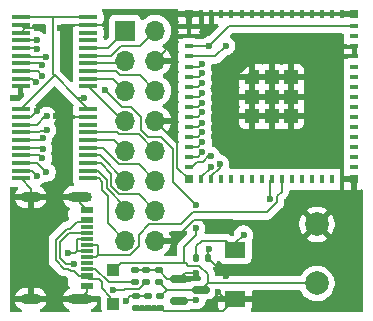
<source format=gbr>
%TF.GenerationSoftware,KiCad,Pcbnew,8.99.0-3218-gdd8f7901b1*%
%TF.CreationDate,2025-01-02T16:36:55-05:00*%
%TF.ProjectId,hack_matrix,6861636b-5f6d-4617-9472-69782e6b6963,rev?*%
%TF.SameCoordinates,Original*%
%TF.FileFunction,Copper,L1,Top*%
%TF.FilePolarity,Positive*%
%FSLAX46Y46*%
G04 Gerber Fmt 4.6, Leading zero omitted, Abs format (unit mm)*
G04 Created by KiCad (PCBNEW 8.99.0-3218-gdd8f7901b1) date 2025-01-02 16:36:55*
%MOMM*%
%LPD*%
G01*
G04 APERTURE LIST*
G04 Aperture macros list*
%AMRoundRect*
0 Rectangle with rounded corners*
0 $1 Rounding radius*
0 $2 $3 $4 $5 $6 $7 $8 $9 X,Y pos of 4 corners*
0 Add a 4 corners polygon primitive as box body*
4,1,4,$2,$3,$4,$5,$6,$7,$8,$9,$2,$3,0*
0 Add four circle primitives for the rounded corners*
1,1,$1+$1,$2,$3*
1,1,$1+$1,$4,$5*
1,1,$1+$1,$6,$7*
1,1,$1+$1,$8,$9*
0 Add four rect primitives between the rounded corners*
20,1,$1+$1,$2,$3,$4,$5,0*
20,1,$1+$1,$4,$5,$6,$7,0*
20,1,$1+$1,$6,$7,$8,$9,0*
20,1,$1+$1,$8,$9,$2,$3,0*%
%AMFreePoly0*
4,1,14,0.603536,0.603536,0.605000,0.600000,0.605000,-0.600000,0.603536,-0.603536,0.600000,-0.605000,-0.600000,-0.605000,-0.603536,-0.603536,-0.605000,-0.600000,-0.605000,0.000000,-0.603536,0.003536,-0.003536,0.603536,0.000000,0.605000,0.600000,0.605000,0.603536,0.603536,0.603536,0.603536,$1*%
G04 Aperture macros list end*
%TA.AperFunction,SMDPad,CuDef*%
%ADD10RoundRect,0.051250X-0.733750X-0.153750X0.733750X-0.153750X0.733750X0.153750X-0.733750X0.153750X0*%
%TD*%
%TA.AperFunction,SMDPad,CuDef*%
%ADD11RoundRect,0.140000X-0.170000X0.140000X-0.170000X-0.140000X0.170000X-0.140000X0.170000X0.140000X0*%
%TD*%
%TA.AperFunction,SMDPad,CuDef*%
%ADD12R,1.140000X0.600000*%
%TD*%
%TA.AperFunction,SMDPad,CuDef*%
%ADD13R,1.140000X0.300000*%
%TD*%
%TA.AperFunction,ComponentPad*%
%ADD14O,2.000000X0.900000*%
%TD*%
%TA.AperFunction,ComponentPad*%
%ADD15O,1.700000X0.900000*%
%TD*%
%TA.AperFunction,SMDPad,CuDef*%
%ADD16RoundRect,0.140000X0.140000X0.170000X-0.140000X0.170000X-0.140000X-0.170000X0.140000X-0.170000X0*%
%TD*%
%TA.AperFunction,SMDPad,CuDef*%
%ADD17R,1.800000X1.350000*%
%TD*%
%TA.AperFunction,SMDPad,CuDef*%
%ADD18RoundRect,0.150000X-0.587500X-0.150000X0.587500X-0.150000X0.587500X0.150000X-0.587500X0.150000X0*%
%TD*%
%TA.AperFunction,SMDPad,CuDef*%
%ADD19RoundRect,0.250000X-0.300000X0.300000X-0.300000X-0.300000X0.300000X-0.300000X0.300000X0.300000X0*%
%TD*%
%TA.AperFunction,SMDPad,CuDef*%
%ADD20R,0.800000X0.400000*%
%TD*%
%TA.AperFunction,SMDPad,CuDef*%
%ADD21R,0.400000X0.800000*%
%TD*%
%TA.AperFunction,SMDPad,CuDef*%
%ADD22R,1.200000X1.200000*%
%TD*%
%TA.AperFunction,SMDPad,CuDef*%
%ADD23FreePoly0,0.000000*%
%TD*%
%TA.AperFunction,SMDPad,CuDef*%
%ADD24R,0.800000X0.800000*%
%TD*%
%TA.AperFunction,ComponentPad*%
%ADD25C,2.000000*%
%TD*%
%TA.AperFunction,SMDPad,CuDef*%
%ADD26RoundRect,0.140000X0.170000X-0.140000X0.170000X0.140000X-0.170000X0.140000X-0.170000X-0.140000X0*%
%TD*%
%TA.AperFunction,SMDPad,CuDef*%
%ADD27RoundRect,0.135000X0.185000X-0.135000X0.185000X0.135000X-0.185000X0.135000X-0.185000X-0.135000X0*%
%TD*%
%TA.AperFunction,ComponentPad*%
%ADD28R,1.700000X1.700000*%
%TD*%
%TA.AperFunction,ComponentPad*%
%ADD29O,1.700000X1.700000*%
%TD*%
%TA.AperFunction,ViaPad*%
%ADD30C,0.600000*%
%TD*%
%TA.AperFunction,Conductor*%
%ADD31C,0.200000*%
%TD*%
G04 APERTURE END LIST*
D10*
%TO.P,U5,1,DIR*%
%TO.N,+5V*%
X168130000Y-68075000D03*
%TO.P,U5,2,A1*%
%TO.N,GND*%
X168130000Y-68725000D03*
%TO.P,U5,3,A2*%
X168130000Y-69375000D03*
%TO.P,U5,4,A3*%
%TO.N,/R1*%
X168130000Y-70025000D03*
%TO.P,U5,5,A4*%
%TO.N,/G1*%
X168130000Y-70675000D03*
%TO.P,U5,6,A5*%
%TO.N,/B1*%
X168130000Y-71325000D03*
%TO.P,U5,7,A6*%
%TO.N,/G2*%
X168130000Y-71975000D03*
%TO.P,U5,8,A7*%
%TO.N,/R2*%
X168130000Y-72625000D03*
%TO.P,U5,9,A8*%
%TO.N,/B2*%
X168130000Y-73275000D03*
%TO.P,U5,10,GND*%
%TO.N,GND*%
X168130000Y-73925000D03*
%TO.P,U5,11,B8*%
%TO.N,Net-(U2-B2)*%
X173870000Y-73925000D03*
%TO.P,U5,12,B7*%
%TO.N,Net-(U2-R2)*%
X173870000Y-73275000D03*
%TO.P,U5,13,B6*%
%TO.N,Net-(U2-G2)*%
X173870000Y-72625000D03*
%TO.P,U5,14,B5*%
%TO.N,Net-(U2-B1)*%
X173870000Y-71975000D03*
%TO.P,U5,15,B4*%
%TO.N,Net-(U2-G1)*%
X173870000Y-71325000D03*
%TO.P,U5,16,B3*%
%TO.N,Net-(U2-R1)*%
X173870000Y-70675000D03*
%TO.P,U5,17,B2*%
%TO.N,unconnected-(U5-B2-Pad17)*%
X173870000Y-70025000D03*
%TO.P,U5,18,B1*%
%TO.N,unconnected-(U5-B1-Pad18)*%
X173870000Y-69375000D03*
%TO.P,U5,19,~{OE}*%
%TO.N,GND*%
X173870000Y-68725000D03*
%TO.P,U5,20,VCC*%
%TO.N,+5V*%
X173870000Y-68075000D03*
%TD*%
D11*
%TO.P,C5,1*%
%TO.N,GND*%
X179823587Y-89511430D03*
%TO.P,C5,2*%
%TO.N,+5V*%
X179823587Y-90471430D03*
%TD*%
D12*
%TO.P,J1,A1_B12,GND*%
%TO.N,GND*%
X173750000Y-84422570D03*
%TO.P,J1,A4_B9,VBUS*%
%TO.N,Net-(D1-A)*%
X173750000Y-85222570D03*
D13*
%TO.P,J1,A5,CC1*%
%TO.N,Net-(J1-CC1)*%
X173750000Y-86372570D03*
%TO.P,J1,A6,D+*%
%TO.N,/D+*%
X173750000Y-87372570D03*
%TO.P,J1,A7,D-*%
%TO.N,/D-*%
X173750000Y-87872570D03*
%TO.P,J1,A8,SBU1*%
%TO.N,unconnected-(J1-SBU1-PadA8)*%
X173750000Y-88872570D03*
D12*
%TO.P,J1,B1_A12,GND*%
%TO.N,GND*%
X173750000Y-90822570D03*
%TO.P,J1,B4_A9,VBUS*%
%TO.N,Net-(D1-A)*%
X173750000Y-90022570D03*
D13*
%TO.P,J1,B5,CC2*%
%TO.N,Net-(J1-CC2)*%
X173750000Y-89372570D03*
%TO.P,J1,B6,D+*%
%TO.N,/D+*%
X173750000Y-88372570D03*
%TO.P,J1,B7,D-*%
%TO.N,/D-*%
X173750000Y-86872570D03*
%TO.P,J1,B8,SBU2*%
%TO.N,unconnected-(J1-SBU2-PadB8)*%
X173750000Y-85872570D03*
D14*
%TO.P,J1,S1,SHIELD*%
%TO.N,GND*%
X173170000Y-83297570D03*
%TO.P,J1,S2,SHIELD*%
X173170000Y-91947570D03*
D15*
%TO.P,J1,S3,SHIELD*%
X169000000Y-83297570D03*
%TO.P,J1,S4,SHIELD*%
X169000000Y-91947570D03*
%TD*%
D16*
%TO.P,C10,1*%
%TO.N,GND*%
X183980000Y-88500000D03*
%TO.P,C10,2*%
%TO.N,/GPIO0*%
X183020000Y-88500000D03*
%TD*%
D10*
%TO.P,U1,1,DIR*%
%TO.N,+5V*%
X168130000Y-75873396D03*
%TO.P,U1,2,A1*%
%TO.N,GND*%
X168130000Y-76523396D03*
%TO.P,U1,3,A2*%
%TO.N,/B*%
X168130000Y-77173396D03*
%TO.P,U1,4,A3*%
%TO.N,/A*%
X168130000Y-77823396D03*
%TO.P,U1,5,A4*%
%TO.N,/D*%
X168130000Y-78473396D03*
%TO.P,U1,6,A5*%
%TO.N,/C*%
X168130000Y-79123396D03*
%TO.P,U1,7,A6*%
%TO.N,/STROBE*%
X168130000Y-79773396D03*
%TO.P,U1,8,A7*%
%TO.N,/CLK*%
X168130000Y-80423396D03*
%TO.P,U1,9,A8*%
%TO.N,/OE-*%
X168130000Y-81073396D03*
%TO.P,U1,10,GND*%
%TO.N,GND*%
X168130000Y-81723396D03*
%TO.P,U1,11,B8*%
%TO.N,Net-(U1-B8)*%
X173870000Y-81723396D03*
%TO.P,U1,12,B7*%
%TO.N,Net-(U1-B7)*%
X173870000Y-81073396D03*
%TO.P,U1,13,B6*%
%TO.N,Net-(U1-B6)*%
X173870000Y-80423396D03*
%TO.P,U1,14,B5*%
%TO.N,Net-(U1-B5)*%
X173870000Y-79773396D03*
%TO.P,U1,15,B4*%
%TO.N,Net-(U1-B4)*%
X173870000Y-79123396D03*
%TO.P,U1,16,B3*%
%TO.N,Net-(U1-B3)*%
X173870000Y-78473396D03*
%TO.P,U1,17,B2*%
%TO.N,Net-(U1-B2)*%
X173870000Y-77823396D03*
%TO.P,U1,18,B1*%
%TO.N,unconnected-(U1-B1-Pad18)*%
X173870000Y-77173396D03*
%TO.P,U1,19,~{OE}*%
%TO.N,GND*%
X173870000Y-76523396D03*
%TO.P,U1,20,VCC*%
%TO.N,+5V*%
X173870000Y-75873396D03*
%TD*%
D17*
%TO.P,SW2,1,1*%
%TO.N,/GPIO0*%
X186281235Y-87778738D03*
%TO.P,SW2,2,2*%
%TO.N,GND*%
X186281235Y-91928738D03*
%TD*%
D18*
%TO.P,U3,1,GND*%
%TO.N,GND*%
X181562500Y-90215677D03*
%TO.P,U3,2,VO*%
%TO.N,+3V3*%
X181562500Y-92115677D03*
%TO.P,U3,3,VI*%
%TO.N,+5V*%
X183437500Y-91165677D03*
%TD*%
D19*
%TO.P,D1,1,K*%
%TO.N,+5V*%
X175981590Y-89517116D03*
%TO.P,D1,2,A*%
%TO.N,Net-(D1-A)*%
X175981590Y-92317116D03*
%TD*%
D20*
%TO.P,U4,1,GND*%
%TO.N,GND*%
X182383227Y-68846067D03*
%TO.P,U4,2,GND*%
X182383227Y-69696067D03*
%TO.P,U4,3,3V3*%
%TO.N,+3V3*%
X182383227Y-70546067D03*
%TO.P,U4,4,IO0*%
%TO.N,/GPIO0*%
X182383227Y-71396067D03*
%TO.P,U4,5,IO1*%
%TO.N,/R1*%
X182383227Y-72246067D03*
%TO.P,U4,6,IO2*%
%TO.N,/G1*%
X182383227Y-73096067D03*
%TO.P,U4,7,IO3*%
%TO.N,/B1*%
X182383227Y-73946067D03*
%TO.P,U4,8,IO4*%
%TO.N,/G2*%
X182383227Y-74796067D03*
%TO.P,U4,9,IO5*%
%TO.N,/R2*%
X182383227Y-75646067D03*
%TO.P,U4,10,IO6*%
%TO.N,/B2*%
X182383227Y-76496067D03*
%TO.P,U4,11,IO7*%
%TO.N,/B*%
X182383227Y-77346067D03*
%TO.P,U4,12,IO8*%
%TO.N,/A*%
X182383227Y-78196067D03*
%TO.P,U4,13,IO9*%
%TO.N,/D*%
X182383227Y-79046067D03*
%TO.P,U4,14,IO10*%
%TO.N,/C*%
X182383227Y-79896067D03*
%TO.P,U4,15,IO11*%
%TO.N,/STROBE*%
X182383227Y-80746067D03*
D21*
%TO.P,U4,16,IO12*%
%TO.N,/CLK*%
X183433227Y-81796067D03*
%TO.P,U4,17,IO13*%
%TO.N,/OE-*%
X184283227Y-81796067D03*
%TO.P,U4,18,IO14*%
%TO.N,unconnected-(U4-IO14-Pad18)*%
X185133227Y-81796067D03*
%TO.P,U4,19,IO15*%
%TO.N,unconnected-(U4-IO15-Pad19)*%
X185983227Y-81796067D03*
%TO.P,U4,20,IO16*%
%TO.N,unconnected-(U4-IO16-Pad20)*%
X186833227Y-81796067D03*
%TO.P,U4,21,IO17*%
%TO.N,unconnected-(U4-IO17-Pad21)*%
X187683227Y-81796067D03*
%TO.P,U4,22,IO18*%
%TO.N,unconnected-(U4-IO18-Pad22)*%
X188533227Y-81796067D03*
%TO.P,U4,23,IO19*%
%TO.N,/D-*%
X189383227Y-81796067D03*
%TO.P,U4,24,IO20*%
%TO.N,/D+*%
X190233227Y-81796067D03*
%TO.P,U4,25,IO21*%
%TO.N,unconnected-(U4-IO21-Pad25)*%
X191083227Y-81796067D03*
%TO.P,U4,26,IO26*%
%TO.N,unconnected-(U4-IO26-Pad26)*%
X191933227Y-81796067D03*
%TO.P,U4,27,NC*%
%TO.N,unconnected-(U4-NC-Pad27)*%
X192783227Y-81796067D03*
%TO.P,U4,28,IO33*%
%TO.N,unconnected-(U4-IO33-Pad28)*%
X193633227Y-81796067D03*
%TO.P,U4,29,IO34*%
%TO.N,unconnected-(U4-IO34-Pad29)*%
X194483227Y-81796067D03*
%TO.P,U4,30,GND*%
%TO.N,GND*%
X195333227Y-81796067D03*
D20*
%TO.P,U4,31,IO35*%
%TO.N,unconnected-(U4-IO35-Pad31)*%
X196383227Y-80746067D03*
%TO.P,U4,32,IO36*%
%TO.N,unconnected-(U4-IO36-Pad32)*%
X196383227Y-79896067D03*
%TO.P,U4,33,IO37*%
%TO.N,unconnected-(U4-IO37-Pad33)*%
X196383227Y-79046067D03*
%TO.P,U4,34,IO38*%
%TO.N,unconnected-(U4-IO38-Pad34)*%
X196383227Y-78196067D03*
%TO.P,U4,35,IO39*%
%TO.N,unconnected-(U4-IO39-Pad35)*%
X196383227Y-77346067D03*
%TO.P,U4,36,IO40*%
%TO.N,unconnected-(U4-IO40-Pad36)*%
X196383227Y-76496067D03*
%TO.P,U4,37,IO41*%
%TO.N,unconnected-(U4-IO41-Pad37)*%
X196383227Y-75646067D03*
%TO.P,U4,38,IO42*%
%TO.N,unconnected-(U4-IO42-Pad38)*%
X196383227Y-74796067D03*
%TO.P,U4,39,TXD0*%
%TO.N,unconnected-(U4-TXD0-Pad39)*%
X196383227Y-73946067D03*
%TO.P,U4,40,RXD0*%
%TO.N,unconnected-(U4-RXD0-Pad40)*%
X196383227Y-73096067D03*
%TO.P,U4,41,IO45*%
%TO.N,unconnected-(U4-IO45-Pad41)*%
X196383227Y-72246067D03*
%TO.P,U4,42,GND*%
%TO.N,GND*%
X196383227Y-71396067D03*
%TO.P,U4,43,GND*%
X196383227Y-70546067D03*
%TO.P,U4,44,IO46*%
%TO.N,unconnected-(U4-IO46-Pad44)*%
X196383227Y-69696067D03*
%TO.P,U4,45,EN*%
%TO.N,+3V3*%
X196383227Y-68846067D03*
D21*
%TO.P,U4,46,GND*%
%TO.N,GND*%
X195333227Y-67796067D03*
%TO.P,U4,47,GND*%
X194483227Y-67796067D03*
%TO.P,U4,48,GND*%
X193633227Y-67796067D03*
%TO.P,U4,49,GND*%
X192783227Y-67796067D03*
%TO.P,U4,50,GND*%
X191933227Y-67796067D03*
%TO.P,U4,51,GND*%
X191083227Y-67796067D03*
%TO.P,U4,52,GND*%
X190233227Y-67796067D03*
%TO.P,U4,53,GND*%
X189383227Y-67796067D03*
%TO.P,U4,54,GND*%
X188533227Y-67796067D03*
%TO.P,U4,55,GND*%
X187683227Y-67796067D03*
%TO.P,U4,56,GND*%
X186833227Y-67796067D03*
%TO.P,U4,57,GND*%
X185983227Y-67796067D03*
%TO.P,U4,58,GND*%
X185133227Y-67796067D03*
%TO.P,U4,59,GND*%
X184283227Y-67796067D03*
%TO.P,U4,60,GND*%
X183433227Y-67796067D03*
D22*
%TO.P,U4,61,GND*%
X189383227Y-74796067D03*
%TO.P,U4,61_1,GND*%
X187733227Y-74796067D03*
%TO.P,U4,61_2,GND*%
X187733227Y-76446067D03*
%TO.P,U4,61_3,GND*%
X189383227Y-76446067D03*
%TO.P,U4,61_4,GND*%
X191033227Y-76446067D03*
%TO.P,U4,61_5,GND*%
X191033227Y-74796067D03*
%TO.P,U4,61_6,GND*%
X191033227Y-73146067D03*
%TO.P,U4,61_7,GND*%
X189383227Y-73146067D03*
D23*
%TO.P,U4,61_8,GND*%
X187733227Y-73146067D03*
D24*
%TO.P,U4,62,GND*%
X182383227Y-67796067D03*
%TO.P,U4,63,GND*%
X182383227Y-81796067D03*
%TO.P,U4,64,GND*%
X196383227Y-81796067D03*
%TO.P,U4,65,GND*%
X196383227Y-67796067D03*
%TD*%
D11*
%TO.P,C3,1*%
%TO.N,+3V3*%
X178915544Y-91709385D03*
%TO.P,C3,2*%
%TO.N,GND*%
X178915544Y-92669385D03*
%TD*%
D25*
%TO.P,J2,1,Pin_1*%
%TO.N,+5V*%
X193216183Y-90602955D03*
%TO.P,J2,2,Pin_2*%
%TO.N,GND*%
X193216183Y-85602955D03*
%TD*%
D26*
%TO.P,C6,1*%
%TO.N,GND*%
X179958278Y-92668128D03*
%TO.P,C6,2*%
%TO.N,+5V*%
X179958278Y-91708128D03*
%TD*%
D27*
%TO.P,R2,1*%
%TO.N,Net-(J1-CC2)*%
X177784613Y-90500000D03*
%TO.P,R2,2*%
%TO.N,GND*%
X177784613Y-89480000D03*
%TD*%
%TO.P,R1,1*%
%TO.N,Net-(J1-CC1)*%
X178784613Y-90500000D03*
%TO.P,R1,2*%
%TO.N,GND*%
X178784613Y-89480000D03*
%TD*%
D11*
%TO.P,C4,1*%
%TO.N,+3V3*%
X177871743Y-91711559D03*
%TO.P,C4,2*%
%TO.N,GND*%
X177871743Y-92671559D03*
%TD*%
D28*
%TO.P,U2,1,R1*%
%TO.N,Net-(U2-R1)*%
X176964810Y-69220000D03*
D29*
%TO.P,U2,2,G1*%
%TO.N,Net-(U2-G1)*%
X179504810Y-69220000D03*
%TO.P,U2,3,B1*%
%TO.N,Net-(U2-B1)*%
X176964810Y-71760000D03*
%TO.P,U2,4,GND*%
%TO.N,GND*%
X179504810Y-71760000D03*
%TO.P,U2,5,R2*%
%TO.N,Net-(U2-R2)*%
X176964810Y-74300000D03*
%TO.P,U2,6,G2*%
%TO.N,Net-(U2-G2)*%
X179504810Y-74300000D03*
%TO.P,U2,7,B2*%
%TO.N,Net-(U2-B2)*%
X176964810Y-76840000D03*
%TO.P,U2,8,GND*%
%TO.N,GND*%
X179504810Y-76840000D03*
%TO.P,U2,9,A*%
%TO.N,Net-(U1-B3)*%
X176964810Y-79380000D03*
%TO.P,U2,10,B*%
%TO.N,Net-(U1-B2)*%
X179504810Y-79380000D03*
%TO.P,U2,11,C*%
%TO.N,Net-(U1-B5)*%
X176964810Y-81920000D03*
%TO.P,U2,12,D*%
%TO.N,Net-(U1-B4)*%
X179504810Y-81920000D03*
%TO.P,U2,13,CLK*%
%TO.N,Net-(U1-B7)*%
X176964810Y-84460000D03*
%TO.P,U2,14,STROBE*%
%TO.N,Net-(U1-B6)*%
X179504810Y-84460000D03*
%TO.P,U2,15,OE-*%
%TO.N,Net-(U1-B8)*%
X176964810Y-87000000D03*
%TO.P,U2,16,GND*%
%TO.N,GND*%
X179504810Y-87000000D03*
%TD*%
D30*
%TO.N,+5V*%
X183000000Y-84000000D03*
X173524821Y-74875179D03*
X182951421Y-85951421D03*
X175250000Y-74250000D03*
%TO.N,GND*%
X183019588Y-89710000D03*
X184825735Y-91325735D03*
X185500000Y-90000000D03*
X168130000Y-74630000D03*
X169500000Y-76000000D03*
X171500000Y-69000000D03*
X171120736Y-76398318D03*
X184065637Y-87665637D03*
X169500000Y-69000000D03*
%TO.N,+3V3*%
X184100000Y-70500000D03*
X183000000Y-92000000D03*
X177031590Y-92098912D03*
%TO.N,/GPIO0*%
X187000000Y-86500000D03*
X185500000Y-70500000D03*
%TO.N,Net-(J1-CC1)*%
X172614871Y-89000000D03*
X175983897Y-91126936D03*
%TO.N,/B2*%
X183516726Y-76139377D03*
X169410604Y-73589396D03*
%TO.N,/R1*%
X183500000Y-72000000D03*
X169500000Y-70000000D03*
%TO.N,/C*%
X183512637Y-79515911D03*
X169996927Y-79199726D03*
%TO.N,/R2*%
X183507866Y-75313392D03*
X169976291Y-73023709D03*
%TO.N,/B1*%
X183507866Y-73613394D03*
X170242785Y-71400003D03*
%TO.N,/CLK*%
X184212475Y-80755323D03*
X170300071Y-81199929D03*
%TO.N,/A*%
X170324264Y-77614370D03*
X183517700Y-77823220D03*
%TO.N,/OE-*%
X169500000Y-81500000D03*
X185000000Y-80500000D03*
%TO.N,/G1*%
X169500000Y-70800003D03*
X183500000Y-72800003D03*
%TO.N,/STROBE*%
X169976736Y-80028064D03*
X184251743Y-79822059D03*
%TO.N,/D*%
X183526524Y-78659022D03*
X169984251Y-78338521D03*
%TO.N,/G2*%
X183500000Y-74500000D03*
X169942705Y-72141593D03*
%TO.N,/B*%
X183500000Y-77000000D03*
X170324264Y-76473396D03*
%TO.N,/D-*%
X189250000Y-83500000D03*
X172100000Y-88000000D03*
%TD*%
D31*
%TO.N,Net-(D1-A)*%
X175981590Y-92317116D02*
X175734954Y-92070480D01*
X175734954Y-91727936D02*
X175000000Y-90992982D01*
X175000000Y-90992982D02*
X175000000Y-90487370D01*
X175734954Y-92070480D02*
X175734954Y-91727936D01*
X175000000Y-90487370D02*
X174734200Y-90221570D01*
X174734200Y-90221570D02*
X173949000Y-90221570D01*
X173949000Y-90221570D02*
X173750000Y-90022570D01*
X173750000Y-90022570D02*
X173727430Y-90000000D01*
X173727430Y-90000000D02*
X173088083Y-90000000D01*
X171099000Y-86899586D02*
X172027016Y-85971570D01*
X173088083Y-90000000D02*
X172689083Y-89601000D01*
X171099000Y-88666100D02*
X171099000Y-86899586D01*
X172689083Y-89601000D02*
X172365928Y-89601000D01*
X172365928Y-89601000D02*
X172165928Y-89401000D01*
X172165928Y-89401000D02*
X171833900Y-89401000D01*
X171833900Y-89401000D02*
X171099000Y-88666100D01*
X172027016Y-85971570D02*
X172278430Y-85971570D01*
X173589000Y-85383570D02*
X173750000Y-85222570D01*
X172278430Y-85971570D02*
X172866430Y-85383570D01*
X172866430Y-85383570D02*
X173589000Y-85383570D01*
%TO.N,Net-(J1-CC1)*%
X172614871Y-89000000D02*
X172000000Y-89000000D01*
X172000000Y-89000000D02*
X171500000Y-88500000D01*
X171500000Y-88500000D02*
X171500000Y-87065686D01*
X171500000Y-87065686D02*
X172193116Y-86372570D01*
X172193116Y-86372570D02*
X173750000Y-86372570D01*
X175983897Y-91126936D02*
X176856514Y-91126936D01*
X176913450Y-91070000D02*
X178153537Y-91070000D01*
X178153537Y-91070000D02*
X178723537Y-90500000D01*
X176856514Y-91126936D02*
X176913450Y-91070000D01*
X178723537Y-90500000D02*
X178784613Y-90500000D01*
%TO.N,+5V*%
X177441156Y-75690000D02*
X178290496Y-76539340D01*
X182100000Y-88910000D02*
X182300000Y-89110000D01*
X178290496Y-76539340D02*
X178290496Y-77600000D01*
X181000000Y-79248844D02*
X181000000Y-82000000D01*
X182000000Y-88910000D02*
X182100000Y-88910000D01*
X179989264Y-90637107D02*
X179823587Y-90471430D01*
X168130000Y-68075000D02*
X171000000Y-68075000D01*
X192613228Y-90000000D02*
X193216183Y-90602955D01*
X171000000Y-68075000D02*
X173870000Y-68075000D01*
X172748302Y-74751698D02*
X170998302Y-73001698D01*
X178290496Y-77600000D02*
X178920496Y-78230000D01*
X176588706Y-88910000D02*
X182000000Y-88910000D01*
X179981156Y-78230000D02*
X181000000Y-79248844D01*
X170998302Y-73001698D02*
X170900000Y-72903396D01*
X170900000Y-72903396D02*
X170900000Y-68175000D01*
X172748302Y-74751698D02*
X172871783Y-74875179D01*
X183268117Y-89110000D02*
X184000222Y-89842105D01*
X180500729Y-91165677D02*
X179823587Y-90488535D01*
X183437500Y-91165677D02*
X180500729Y-91165677D01*
X182951421Y-86548579D02*
X182000000Y-87500000D01*
X173870000Y-75873396D02*
X172748302Y-74751698D01*
X179823587Y-90488535D02*
X179823587Y-90471430D01*
X180500729Y-91165677D02*
X179958278Y-91708128D01*
X179823587Y-91612119D02*
X179923027Y-91711559D01*
X175981590Y-89517116D02*
X176588706Y-88910000D01*
X184000222Y-89842105D02*
X184000222Y-90602955D01*
X175250000Y-74250000D02*
X175288464Y-74250000D01*
X175288464Y-74250000D02*
X176728464Y-75690000D01*
X170900000Y-68175000D02*
X171000000Y-68075000D01*
X178920496Y-78230000D02*
X179981156Y-78230000D01*
X181000000Y-82000000D02*
X183000000Y-84000000D01*
X168130000Y-75873396D02*
X170001698Y-74001698D01*
X182300000Y-89110000D02*
X183268117Y-89110000D01*
X182951421Y-85951421D02*
X182951421Y-86548579D01*
X170998302Y-73005094D02*
X170998302Y-73001698D01*
X183437500Y-91165677D02*
X184000222Y-90602955D01*
X184000222Y-90602955D02*
X193216183Y-90602955D01*
X172871783Y-74875179D02*
X173524821Y-74875179D01*
X176728464Y-75690000D02*
X177441156Y-75690000D01*
X170001698Y-74001698D02*
X170998302Y-73005094D01*
X175565182Y-89517116D02*
X175981590Y-89517116D01*
X182000000Y-87500000D02*
X182000000Y-88910000D01*
%TO.N,GND*%
X183980000Y-88500000D02*
X183980000Y-87751274D01*
X181052899Y-87000000D02*
X182802899Y-85250000D01*
X173170000Y-83842570D02*
X173750000Y-84422570D01*
X185428738Y-91928738D02*
X184825735Y-91325735D01*
X179792157Y-89480000D02*
X179823587Y-89511430D01*
X181568743Y-69696067D02*
X182383227Y-69696067D01*
X171120736Y-76398318D02*
X171245814Y-76523396D01*
X168500000Y-69005000D02*
X168130000Y-69375000D01*
X171775000Y-68725000D02*
X173870000Y-68725000D01*
X196383227Y-67796067D02*
X195333227Y-67796067D01*
X180236489Y-92946339D02*
X185263634Y-92946339D01*
X169000000Y-83297570D02*
X169000000Y-82593396D01*
X171500000Y-69000000D02*
X171775000Y-68725000D01*
X186000000Y-85250000D02*
X186250000Y-85500000D01*
X179504810Y-71760000D02*
X181568743Y-69696067D01*
X181400000Y-80812840D02*
X181400000Y-78735190D01*
X168976604Y-76523396D02*
X169500000Y-76000000D01*
X180527834Y-90215677D02*
X181562500Y-90215677D01*
X179957021Y-92669385D02*
X179958278Y-92668128D01*
X179958278Y-92668128D02*
X180236489Y-92946339D01*
X185500000Y-90000000D02*
X185480000Y-90000000D01*
X177784613Y-89480000D02*
X179792157Y-89480000D01*
X168500000Y-69000000D02*
X168500000Y-69005000D01*
X169000000Y-82593396D02*
X168130000Y-81723396D01*
X179504810Y-87000000D02*
X181052899Y-87000000D01*
X173170000Y-83297570D02*
X173170000Y-83842570D01*
X183980000Y-87751274D02*
X184065637Y-87665637D01*
X173750000Y-90822570D02*
X173750000Y-91367570D01*
X182068177Y-89710000D02*
X181562500Y-90215677D01*
X185263634Y-92946339D02*
X186281235Y-91928738D01*
X168500000Y-69000000D02*
X168405000Y-69000000D01*
X181400000Y-78735190D02*
X179504810Y-76840000D01*
X169500000Y-69000000D02*
X168500000Y-69000000D01*
X182383227Y-81796067D02*
X181400000Y-80812840D01*
X168130000Y-74630000D02*
X168130000Y-73925000D01*
X177875174Y-92668128D02*
X177871743Y-92671559D01*
X168405000Y-69000000D02*
X168130000Y-68725000D01*
X186281235Y-91928738D02*
X185428738Y-91928738D01*
X171245814Y-76523396D02*
X173870000Y-76523396D01*
X179823587Y-89511430D02*
X180527834Y-90215677D01*
X173870000Y-68725000D02*
X175275000Y-68725000D01*
X183019588Y-89710000D02*
X182068177Y-89710000D01*
X173750000Y-91367570D02*
X173170000Y-91947570D01*
X185480000Y-90000000D02*
X183980000Y-88500000D01*
X168130000Y-76523396D02*
X168976604Y-76523396D01*
X182802899Y-85250000D02*
X186000000Y-85250000D01*
X179958278Y-92668128D02*
X177875174Y-92668128D01*
X178913370Y-92671559D02*
X178915544Y-92669385D01*
%TO.N,+3V3*%
X183000000Y-92000000D02*
X181678177Y-92000000D01*
X177031590Y-92098912D02*
X177418943Y-91711559D01*
X184100000Y-70500000D02*
X182429294Y-70500000D01*
X182429294Y-70500000D02*
X182383227Y-70546067D01*
X177418943Y-91711559D02*
X178871743Y-91711559D01*
X185753933Y-68846067D02*
X184100000Y-70500000D01*
X196383227Y-68846067D02*
X185753933Y-68846067D01*
X181678177Y-92000000D02*
X181562500Y-92115677D01*
%TO.N,/GPIO0*%
X183020000Y-87480000D02*
X183020000Y-88500000D01*
X185500000Y-70500000D02*
X184603933Y-71396067D01*
X183500000Y-87000000D02*
X183020000Y-87480000D01*
X186281235Y-87218765D02*
X187000000Y-86500000D01*
X186281235Y-87778738D02*
X185502497Y-87000000D01*
X184603933Y-71396067D02*
X182383227Y-71396067D01*
X185502497Y-87000000D02*
X183500000Y-87000000D01*
X186281235Y-87778738D02*
X186281235Y-87218765D01*
%TO.N,Net-(J1-CC2)*%
X177784613Y-90500000D02*
X175579730Y-90500000D01*
X175579730Y-90500000D02*
X174452300Y-89372570D01*
X174452300Y-89372570D02*
X173750000Y-89372570D01*
%TO.N,/B2*%
X168130000Y-73275000D02*
X169096208Y-73275000D01*
X183160036Y-76496067D02*
X183516726Y-76139377D01*
X182383227Y-76496067D02*
X183160036Y-76496067D01*
X169096208Y-73275000D02*
X169410604Y-73589396D01*
%TO.N,/R1*%
X169500000Y-70000000D02*
X168155000Y-70000000D01*
X182383227Y-72246067D02*
X183253933Y-72246067D01*
X183253933Y-72246067D02*
X183500000Y-72000000D01*
X168155000Y-70000000D02*
X168130000Y-70025000D01*
%TO.N,/C*%
X183132481Y-79896067D02*
X183512637Y-79515911D01*
X169920597Y-79123396D02*
X168130000Y-79123396D01*
X182383227Y-79896067D02*
X183132481Y-79896067D01*
X169996927Y-79199726D02*
X169920597Y-79123396D01*
%TO.N,/R2*%
X183175191Y-75646067D02*
X183507866Y-75313392D01*
X182383227Y-75646067D02*
X183175191Y-75646067D01*
X169577582Y-72625000D02*
X169976291Y-73023709D01*
X168130000Y-72625000D02*
X169577582Y-72625000D01*
%TO.N,/B1*%
X168130000Y-71325000D02*
X168914999Y-71325000D01*
X168914999Y-71325000D02*
X168990002Y-71400003D01*
X168990002Y-71400003D02*
X170242785Y-71400003D01*
X183175193Y-73946067D02*
X183507866Y-73613394D01*
X182383227Y-73946067D02*
X183175193Y-73946067D01*
%TO.N,/CLK*%
X183433227Y-81796067D02*
X183433227Y-81571910D01*
X183433227Y-81596067D02*
X183433227Y-81796067D01*
X184212475Y-80816819D02*
X183433227Y-81596067D01*
X184212475Y-80755323D02*
X184212475Y-80816819D01*
X170300071Y-81199929D02*
X169523538Y-80423396D01*
X169523538Y-80423396D02*
X168130000Y-80423396D01*
%TO.N,/A*%
X169650847Y-77823396D02*
X168130000Y-77823396D01*
X182383227Y-78196067D02*
X183144853Y-78196067D01*
X170200113Y-77738521D02*
X169735722Y-77738521D01*
X183144853Y-78196067D02*
X183517700Y-77823220D01*
X170324264Y-77614370D02*
X170200113Y-77738521D01*
X169735722Y-77738521D02*
X169650847Y-77823396D01*
%TO.N,/OE-*%
X184283227Y-81533100D02*
X184283227Y-81796067D01*
X168130000Y-81073396D02*
X169073396Y-81073396D01*
X185000000Y-80500000D02*
X185000000Y-80816327D01*
X184283227Y-81796067D02*
X184283227Y-81596067D01*
X169073396Y-81073396D02*
X169500000Y-81500000D01*
X185000000Y-80816327D02*
X184283227Y-81533100D01*
%TO.N,/G1*%
X183203936Y-73096067D02*
X183500000Y-72800003D01*
X168130000Y-70675000D02*
X169374997Y-70675000D01*
X182383227Y-73096067D02*
X183203936Y-73096067D01*
X169374997Y-70675000D02*
X169500000Y-70800003D01*
%TO.N,/STROBE*%
X182633227Y-80746067D02*
X182383227Y-80746067D01*
X184194124Y-79764440D02*
X184112637Y-79764440D01*
X169722068Y-79773396D02*
X168130000Y-79773396D01*
X169976736Y-80028064D02*
X169722068Y-79773396D01*
X183581010Y-80296067D02*
X183083227Y-80296067D01*
X183083227Y-80296067D02*
X182633227Y-80746067D01*
X184251743Y-79822059D02*
X184194124Y-79764440D01*
X184112637Y-79764440D02*
X183581010Y-80296067D01*
%TO.N,/D*%
X169849376Y-78473396D02*
X168130000Y-78473396D01*
X169984251Y-78338521D02*
X169849376Y-78473396D01*
X182383227Y-79046067D02*
X183139479Y-79046067D01*
X183139479Y-79046067D02*
X183526524Y-78659022D01*
%TO.N,/G2*%
X183203933Y-74796067D02*
X183500000Y-74500000D01*
X168130000Y-71975000D02*
X169776112Y-71975000D01*
X169776112Y-71975000D02*
X169942705Y-72141593D01*
X182383227Y-74796067D02*
X183203933Y-74796067D01*
%TO.N,/B*%
X183153933Y-77346067D02*
X183500000Y-77000000D01*
X169478075Y-77173396D02*
X168130000Y-77173396D01*
X182383227Y-77346067D02*
X183153933Y-77346067D01*
X170178075Y-76473396D02*
X169478075Y-77173396D01*
X170324264Y-76473396D02*
X170178075Y-76473396D01*
%TO.N,Net-(U1-B8)*%
X175500000Y-85535190D02*
X176964810Y-87000000D01*
X175500000Y-83212908D02*
X175500000Y-85535190D01*
X175014810Y-82727718D02*
X175500000Y-83212908D01*
X174723396Y-81723396D02*
X175014810Y-82014810D01*
X173870000Y-81723396D02*
X174723396Y-81723396D01*
X175014810Y-82014810D02*
X175014810Y-82727718D01*
%TO.N,Net-(U1-B3)*%
X173870000Y-78473396D02*
X176058206Y-78473396D01*
X176058206Y-78473396D02*
X176964810Y-79380000D01*
%TO.N,Net-(U1-B6)*%
X175814810Y-81335686D02*
X175814810Y-82396346D01*
X175814810Y-82396346D02*
X176488464Y-83070000D01*
X178114810Y-83070000D02*
X179504810Y-84460000D01*
X173870000Y-80423396D02*
X174902520Y-80423396D01*
X176488464Y-83070000D02*
X178114810Y-83070000D01*
X174902520Y-80423396D02*
X175814810Y-81335686D01*
%TO.N,Net-(U1-B7)*%
X173870000Y-81073396D02*
X174654999Y-81073396D01*
X175414810Y-81833207D02*
X175414810Y-82562032D01*
X176964810Y-84112032D02*
X176964810Y-84460000D01*
X174654999Y-81073396D02*
X175414810Y-81833207D01*
X175414810Y-82562032D02*
X176964810Y-84112032D01*
%TO.N,Net-(U1-B4)*%
X173870000Y-79123396D02*
X175081860Y-79123396D01*
X178114810Y-80530000D02*
X179504810Y-81920000D01*
X175081860Y-79123396D02*
X176488464Y-80530000D01*
X176488464Y-80530000D02*
X178114810Y-80530000D01*
%TO.N,Net-(U1-B2)*%
X178124810Y-78000000D02*
X179504810Y-79380000D01*
X173870000Y-77823396D02*
X176323396Y-77823396D01*
X176500000Y-78000000D02*
X178124810Y-78000000D01*
X176323396Y-77823396D02*
X176500000Y-78000000D01*
%TO.N,Net-(U1-B5)*%
X173870000Y-79773396D02*
X174818206Y-79773396D01*
X174818206Y-79773396D02*
X176964810Y-81920000D01*
%TO.N,Net-(U2-B2)*%
X176785000Y-76840000D02*
X176964810Y-76840000D01*
X173870000Y-73925000D02*
X176785000Y-76840000D01*
%TO.N,Net-(U2-G1)*%
X173870000Y-71325000D02*
X175773464Y-71325000D01*
X176598464Y-70500000D02*
X178224810Y-70500000D01*
X175773464Y-71325000D02*
X176598464Y-70500000D01*
X178224810Y-70500000D02*
X179504810Y-69220000D01*
%TO.N,Net-(U2-B1)*%
X176749810Y-71975000D02*
X176964810Y-71760000D01*
X173870000Y-71975000D02*
X176749810Y-71975000D01*
%TO.N,Net-(U2-R2)*%
X175939810Y-73275000D02*
X176964810Y-74300000D01*
X173870000Y-73275000D02*
X175939810Y-73275000D01*
%TO.N,Net-(U2-G2)*%
X176578464Y-73000000D02*
X178204810Y-73000000D01*
X173870000Y-72625000D02*
X176203464Y-72625000D01*
X178204810Y-73000000D02*
X179504810Y-74300000D01*
X176203464Y-72625000D02*
X176578464Y-73000000D01*
%TO.N,Net-(U2-R1)*%
X176725000Y-68725000D02*
X177000000Y-69000000D01*
X173870000Y-70675000D02*
X175509810Y-70675000D01*
X175509810Y-70675000D02*
X176964810Y-69220000D01*
%TO.N,/D-*%
X172880000Y-87822570D02*
X172930000Y-87872570D01*
X172930000Y-87872570D02*
X173750000Y-87872570D01*
X172880000Y-86922570D02*
X172880000Y-87822570D01*
X173750000Y-86872570D02*
X172930000Y-86872570D01*
X172930000Y-86872570D02*
X172880000Y-86922570D01*
%TO.N,/D+*%
X181741471Y-85610000D02*
X182751471Y-84600000D01*
X182751471Y-84600000D02*
X188999943Y-84600000D01*
X174681505Y-88211065D02*
X177380091Y-88211065D01*
X174681505Y-87484075D02*
X174681505Y-88211065D01*
X188999943Y-84600000D02*
X189851000Y-83748943D01*
X189851000Y-83251057D02*
X190233227Y-82868830D01*
X174520000Y-88372570D02*
X173750000Y-88372570D01*
X178114810Y-86523654D02*
X179028464Y-85610000D01*
X174681505Y-88211065D02*
X174520000Y-88372570D01*
X174570000Y-87372570D02*
X174681505Y-87484075D01*
X173750000Y-87372570D02*
X174570000Y-87372570D01*
X179028464Y-85610000D02*
X181741471Y-85610000D01*
X177380091Y-88211065D02*
X178114810Y-87476346D01*
X178114810Y-87476346D02*
X178114810Y-86523654D01*
X189851000Y-83748943D02*
X189851000Y-83251057D01*
X190233227Y-82868830D02*
X190233227Y-81796067D01*
%TO.N,/D-*%
X172894426Y-87872570D02*
X173750000Y-87872570D01*
X172100000Y-88000000D02*
X172766996Y-88000000D01*
X172766996Y-88000000D02*
X172894426Y-87872570D01*
X189250000Y-81929294D02*
X189383227Y-81796067D01*
X189250000Y-83500000D02*
X189250000Y-81929294D01*
%TD*%
%TA.AperFunction,Conductor*%
%TO.N,GND*%
G36*
X171043333Y-73911811D02*
G01*
X171087680Y-73940312D01*
X172577233Y-75429865D01*
X172610718Y-75491188D01*
X172605734Y-75560880D01*
X172604908Y-75563033D01*
X172595147Y-75587784D01*
X172594316Y-75594709D01*
X172584500Y-75676452D01*
X172584500Y-76070340D01*
X172589791Y-76114398D01*
X172595148Y-76159008D01*
X172597095Y-76166710D01*
X172594262Y-76167426D01*
X172599286Y-76223197D01*
X172597257Y-76230110D01*
X172597586Y-76230194D01*
X172595638Y-76237900D01*
X172585973Y-76318396D01*
X172603070Y-76318396D01*
X172603490Y-76318519D01*
X172603912Y-76318399D01*
X172637034Y-76328369D01*
X172670109Y-76338081D01*
X172670535Y-76338453D01*
X172670817Y-76338538D01*
X172673533Y-76341069D01*
X172697332Y-76361832D01*
X172699688Y-76364589D01*
X172742436Y-76420960D01*
X172757871Y-76432665D01*
X172766561Y-76442832D01*
X172775609Y-76463005D01*
X172788749Y-76480789D01*
X172789628Y-76494262D01*
X172795154Y-76506583D01*
X172791858Y-76528448D01*
X172793298Y-76550510D01*
X172786753Y-76562319D01*
X172784741Y-76575673D01*
X172770147Y-76592285D01*
X172759431Y-76611623D01*
X172747228Y-76622197D01*
X172742436Y-76625830D01*
X172701874Y-76679321D01*
X172645682Y-76720844D01*
X172603070Y-76728396D01*
X172585973Y-76728396D01*
X172595638Y-76808894D01*
X172597586Y-76816600D01*
X172594394Y-76817406D01*
X172599271Y-76871907D01*
X172596886Y-76880024D01*
X172597095Y-76880077D01*
X172595148Y-76887776D01*
X172591140Y-76921155D01*
X172584500Y-76976452D01*
X172584500Y-77370340D01*
X172588453Y-77403254D01*
X172595148Y-77459013D01*
X172597095Y-77466713D01*
X172594068Y-77467478D01*
X172599008Y-77522566D01*
X172596822Y-77530010D01*
X172597095Y-77530079D01*
X172595148Y-77537778D01*
X172594153Y-77546066D01*
X172584500Y-77626452D01*
X172584500Y-78020340D01*
X172591276Y-78076765D01*
X172595148Y-78109013D01*
X172597095Y-78116713D01*
X172594068Y-78117478D01*
X172599008Y-78172566D01*
X172596822Y-78180010D01*
X172597095Y-78180079D01*
X172595148Y-78187778D01*
X172592666Y-78208452D01*
X172584500Y-78276452D01*
X172584500Y-78670340D01*
X172589052Y-78708244D01*
X172595148Y-78759013D01*
X172597095Y-78766713D01*
X172594068Y-78767478D01*
X172599008Y-78822566D01*
X172596822Y-78830010D01*
X172597095Y-78830079D01*
X172595148Y-78837778D01*
X172590308Y-78878087D01*
X172584500Y-78926452D01*
X172584500Y-79320340D01*
X172588488Y-79353550D01*
X172595148Y-79409013D01*
X172597095Y-79416713D01*
X172594068Y-79417478D01*
X172599008Y-79472566D01*
X172596822Y-79480010D01*
X172597095Y-79480079D01*
X172595148Y-79487778D01*
X172593990Y-79497425D01*
X172584500Y-79576452D01*
X172584500Y-79970340D01*
X172591276Y-80026765D01*
X172595148Y-80059013D01*
X172597095Y-80066713D01*
X172594068Y-80067478D01*
X172599008Y-80122566D01*
X172596822Y-80130010D01*
X172597095Y-80130079D01*
X172595148Y-80137778D01*
X172594408Y-80143943D01*
X172584500Y-80226452D01*
X172584500Y-80620340D01*
X172588062Y-80650000D01*
X172595148Y-80709013D01*
X172597095Y-80716713D01*
X172594068Y-80717478D01*
X172599008Y-80772566D01*
X172596822Y-80780010D01*
X172597095Y-80780079D01*
X172595148Y-80787778D01*
X172590308Y-80828087D01*
X172584500Y-80876452D01*
X172584500Y-81270340D01*
X172586691Y-81288583D01*
X172595148Y-81359013D01*
X172597095Y-81366713D01*
X172594068Y-81367478D01*
X172599008Y-81422566D01*
X172596822Y-81430010D01*
X172597095Y-81430079D01*
X172595148Y-81437778D01*
X172594093Y-81446566D01*
X172584500Y-81526452D01*
X172584500Y-81920340D01*
X172590092Y-81966907D01*
X172595147Y-82009007D01*
X172650791Y-82150110D01*
X172654946Y-82157499D01*
X172653381Y-82158378D01*
X172674504Y-82213957D01*
X172660075Y-82282321D01*
X172610977Y-82332032D01*
X172550877Y-82347570D01*
X172526430Y-82347570D01*
X172342902Y-82384076D01*
X172342894Y-82384078D01*
X172170008Y-82455689D01*
X172169999Y-82455694D01*
X172014410Y-82559656D01*
X172014406Y-82559659D01*
X171882089Y-82691976D01*
X171882086Y-82691980D01*
X171778124Y-82847569D01*
X171778119Y-82847578D01*
X171706507Y-83020466D01*
X171706506Y-83020469D01*
X171701115Y-83047569D01*
X171701116Y-83047570D01*
X172453012Y-83047570D01*
X172435795Y-83057510D01*
X172379940Y-83113365D01*
X172340444Y-83181774D01*
X172320000Y-83258074D01*
X172320000Y-83337066D01*
X172340444Y-83413366D01*
X172379940Y-83481775D01*
X172435795Y-83537630D01*
X172453012Y-83547570D01*
X171701116Y-83547570D01*
X171706506Y-83574670D01*
X171706507Y-83574673D01*
X171778119Y-83747561D01*
X171778124Y-83747570D01*
X171882086Y-83903159D01*
X171882089Y-83903163D01*
X172014406Y-84035480D01*
X172014410Y-84035483D01*
X172169999Y-84139445D01*
X172170003Y-84139447D01*
X172228073Y-84163500D01*
X172282476Y-84207341D01*
X172304542Y-84273635D01*
X172287263Y-84341334D01*
X172268304Y-84365742D01*
X172239488Y-84394558D01*
X172167017Y-84520081D01*
X172167016Y-84520085D01*
X172129500Y-84660095D01*
X172129500Y-84805045D01*
X172140791Y-84847182D01*
X172167017Y-84945058D01*
X172225110Y-85045678D01*
X172231675Y-85072739D01*
X172241407Y-85098831D01*
X172239798Y-85106223D01*
X172241583Y-85113578D01*
X172232475Y-85139892D01*
X172226556Y-85167104D01*
X172220047Y-85175798D01*
X172218730Y-85179605D01*
X172205405Y-85195359D01*
X172066013Y-85334751D01*
X172004693Y-85368235D01*
X171978334Y-85371069D01*
X171947959Y-85371069D01*
X171844482Y-85398796D01*
X171795226Y-85411994D01*
X171795225Y-85411995D01*
X171745112Y-85440929D01*
X171745111Y-85440930D01*
X171701705Y-85465990D01*
X171658301Y-85491049D01*
X171658298Y-85491051D01*
X170618481Y-86530868D01*
X170618477Y-86530873D01*
X170569858Y-86615086D01*
X170569857Y-86615085D01*
X170539424Y-86667797D01*
X170539423Y-86667801D01*
X170498499Y-86820529D01*
X170498499Y-86820531D01*
X170498499Y-86988632D01*
X170498500Y-86988645D01*
X170498500Y-88579430D01*
X170498499Y-88579448D01*
X170498499Y-88745154D01*
X170498498Y-88745154D01*
X170539424Y-88897889D01*
X170539425Y-88897890D01*
X170561388Y-88935930D01*
X170561389Y-88935932D01*
X170618475Y-89034809D01*
X170618481Y-89034817D01*
X170737349Y-89153685D01*
X170737354Y-89153689D01*
X171465184Y-89881520D01*
X171465186Y-89881521D01*
X171465190Y-89881524D01*
X171557382Y-89934750D01*
X171602116Y-89960577D01*
X171754843Y-90001501D01*
X171754845Y-90001501D01*
X171865831Y-90001501D01*
X171932870Y-90021186D01*
X171937168Y-90024076D01*
X171945932Y-90030240D01*
X171997212Y-90081520D01*
X172117932Y-90151217D01*
X172122466Y-90154406D01*
X172140906Y-90177576D01*
X172161344Y-90199010D01*
X172162423Y-90204611D01*
X172165976Y-90209075D01*
X172168962Y-90238536D01*
X172174568Y-90267617D01*
X172172680Y-90275205D01*
X172173023Y-90278588D01*
X172170702Y-90283153D01*
X172168485Y-90292065D01*
X172169120Y-90292235D01*
X172167017Y-90300083D01*
X172167016Y-90300085D01*
X172129500Y-90440095D01*
X172129500Y-90585045D01*
X172167016Y-90725055D01*
X172167017Y-90725058D01*
X172239488Y-90850581D01*
X172239493Y-90850587D01*
X172268302Y-90879396D01*
X172301787Y-90940719D01*
X172296803Y-91010411D01*
X172254931Y-91066344D01*
X172228074Y-91081638D01*
X172170009Y-91105689D01*
X172169999Y-91105694D01*
X172014410Y-91209656D01*
X172014406Y-91209659D01*
X171882089Y-91341976D01*
X171882086Y-91341980D01*
X171778124Y-91497569D01*
X171778119Y-91497578D01*
X171706507Y-91670466D01*
X171706506Y-91670469D01*
X171701115Y-91697569D01*
X171701116Y-91697570D01*
X172453012Y-91697570D01*
X172435795Y-91707510D01*
X172379940Y-91763365D01*
X172340444Y-91831774D01*
X172320000Y-91908074D01*
X172320000Y-91987066D01*
X172340444Y-92063366D01*
X172379940Y-92131775D01*
X172435795Y-92187630D01*
X172453012Y-92197570D01*
X171701116Y-92197570D01*
X171706506Y-92224670D01*
X171706507Y-92224673D01*
X171778119Y-92397561D01*
X171778124Y-92397570D01*
X171882086Y-92553159D01*
X171882089Y-92553163D01*
X172014406Y-92685480D01*
X172014410Y-92685483D01*
X172169999Y-92789445D01*
X172170012Y-92789452D01*
X172213048Y-92807278D01*
X172267452Y-92851119D01*
X172289517Y-92917413D01*
X172272238Y-92985112D01*
X172221101Y-93032723D01*
X172165596Y-93045839D01*
X169854404Y-93045839D01*
X169787365Y-93026154D01*
X169741610Y-92973350D01*
X169731666Y-92904192D01*
X169760691Y-92840636D01*
X169806952Y-92807278D01*
X169849987Y-92789452D01*
X169850000Y-92789445D01*
X170005589Y-92685483D01*
X170005593Y-92685480D01*
X170137910Y-92553163D01*
X170137913Y-92553159D01*
X170241875Y-92397570D01*
X170241880Y-92397561D01*
X170313492Y-92224673D01*
X170313493Y-92224670D01*
X170318884Y-92197570D01*
X169566988Y-92197570D01*
X169584205Y-92187630D01*
X169640060Y-92131775D01*
X169679556Y-92063366D01*
X169700000Y-91987066D01*
X169700000Y-91908074D01*
X169679556Y-91831774D01*
X169640060Y-91763365D01*
X169584205Y-91707510D01*
X169566988Y-91697570D01*
X170318884Y-91697570D01*
X170318884Y-91697569D01*
X170313493Y-91670469D01*
X170313492Y-91670466D01*
X170241880Y-91497578D01*
X170241875Y-91497569D01*
X170137913Y-91341980D01*
X170137910Y-91341976D01*
X170005593Y-91209659D01*
X170005589Y-91209656D01*
X169850000Y-91105694D01*
X169849991Y-91105689D01*
X169677105Y-91034078D01*
X169677097Y-91034076D01*
X169493570Y-90997570D01*
X169250000Y-90997570D01*
X169250000Y-91647570D01*
X168750000Y-91647570D01*
X168750000Y-90997570D01*
X168506430Y-90997570D01*
X168322902Y-91034076D01*
X168322894Y-91034078D01*
X168150008Y-91105689D01*
X168149999Y-91105694D01*
X167994410Y-91209656D01*
X167994406Y-91209659D01*
X167862089Y-91341976D01*
X167862086Y-91341980D01*
X167758124Y-91497569D01*
X167758119Y-91497578D01*
X167686507Y-91670466D01*
X167686506Y-91670469D01*
X167681115Y-91697569D01*
X167681116Y-91697570D01*
X168433012Y-91697570D01*
X168415795Y-91707510D01*
X168359940Y-91763365D01*
X168320444Y-91831774D01*
X168300000Y-91908074D01*
X168300000Y-91987066D01*
X168320444Y-92063366D01*
X168359940Y-92131775D01*
X168415795Y-92187630D01*
X168433012Y-92197570D01*
X167681116Y-92197570D01*
X167686506Y-92224670D01*
X167686507Y-92224673D01*
X167758119Y-92397561D01*
X167758124Y-92397570D01*
X167862086Y-92553159D01*
X167862089Y-92553163D01*
X167994406Y-92685480D01*
X167994410Y-92685483D01*
X168149999Y-92789445D01*
X168150012Y-92789452D01*
X168193048Y-92807278D01*
X168247452Y-92851119D01*
X168269517Y-92917413D01*
X168252238Y-92985112D01*
X168201101Y-93032723D01*
X168145596Y-93045839D01*
X167360834Y-93045839D01*
X167293795Y-93026154D01*
X167248040Y-92973350D01*
X167236834Y-92921839D01*
X167236834Y-82552396D01*
X167256519Y-82485357D01*
X167309323Y-82439602D01*
X167360834Y-82428396D01*
X167826308Y-82428396D01*
X167893347Y-82448081D01*
X167939102Y-82500885D01*
X167949046Y-82570043D01*
X167920021Y-82633599D01*
X167913989Y-82640077D01*
X167862089Y-82691976D01*
X167862086Y-82691980D01*
X167758124Y-82847569D01*
X167758119Y-82847578D01*
X167686507Y-83020466D01*
X167686506Y-83020469D01*
X167681115Y-83047569D01*
X167681116Y-83047570D01*
X168433012Y-83047570D01*
X168415795Y-83057510D01*
X168359940Y-83113365D01*
X168320444Y-83181774D01*
X168300000Y-83258074D01*
X168300000Y-83337066D01*
X168320444Y-83413366D01*
X168359940Y-83481775D01*
X168415795Y-83537630D01*
X168433012Y-83547570D01*
X167681116Y-83547570D01*
X167686506Y-83574670D01*
X167686507Y-83574673D01*
X167758119Y-83747561D01*
X167758124Y-83747570D01*
X167862086Y-83903159D01*
X167862089Y-83903163D01*
X167994406Y-84035480D01*
X167994410Y-84035483D01*
X168149999Y-84139445D01*
X168150008Y-84139450D01*
X168322894Y-84211061D01*
X168322902Y-84211063D01*
X168506428Y-84247569D01*
X168506431Y-84247570D01*
X168750000Y-84247570D01*
X168750000Y-83597570D01*
X169250000Y-83597570D01*
X169250000Y-84247570D01*
X169493569Y-84247570D01*
X169493571Y-84247569D01*
X169677097Y-84211063D01*
X169677105Y-84211061D01*
X169849991Y-84139450D01*
X169850000Y-84139445D01*
X170005589Y-84035483D01*
X170005593Y-84035480D01*
X170137910Y-83903163D01*
X170137913Y-83903159D01*
X170241875Y-83747570D01*
X170241880Y-83747561D01*
X170313492Y-83574673D01*
X170313493Y-83574670D01*
X170318884Y-83547570D01*
X169566988Y-83547570D01*
X169584205Y-83537630D01*
X169640060Y-83481775D01*
X169679556Y-83413366D01*
X169700000Y-83337066D01*
X169700000Y-83258074D01*
X169679556Y-83181774D01*
X169640060Y-83113365D01*
X169584205Y-83057510D01*
X169566988Y-83047570D01*
X170318884Y-83047570D01*
X170318884Y-83047569D01*
X170313493Y-83020469D01*
X170313492Y-83020466D01*
X170241880Y-82847578D01*
X170241875Y-82847569D01*
X170137913Y-82691980D01*
X170137910Y-82691976D01*
X170005593Y-82559659D01*
X170005589Y-82559656D01*
X169850000Y-82455694D01*
X169849986Y-82455686D01*
X169843850Y-82453145D01*
X169789448Y-82409302D01*
X169767386Y-82343007D01*
X169784668Y-82275308D01*
X169835807Y-82227700D01*
X169843839Y-82224031D01*
X169879179Y-82209394D01*
X170010289Y-82121789D01*
X170099645Y-82032432D01*
X170160966Y-81998948D01*
X170211521Y-81998498D01*
X170221226Y-82000429D01*
X170221229Y-82000429D01*
X170378915Y-82000429D01*
X170378916Y-82000428D01*
X170533568Y-81969666D01*
X170652669Y-81920333D01*
X170679243Y-81909326D01*
X170679243Y-81909325D01*
X170679250Y-81909323D01*
X170810360Y-81821718D01*
X170921860Y-81710218D01*
X171009465Y-81579108D01*
X171069808Y-81433426D01*
X171100571Y-81278771D01*
X171100571Y-81121087D01*
X171100571Y-81121084D01*
X171100570Y-81121082D01*
X171087137Y-81053550D01*
X171069808Y-80966432D01*
X171063942Y-80952271D01*
X171009468Y-80820756D01*
X171009461Y-80820743D01*
X170921860Y-80689640D01*
X170921857Y-80689636D01*
X170810363Y-80578142D01*
X170810359Y-80578139D01*
X170742230Y-80532616D01*
X170697425Y-80479003D01*
X170688718Y-80409678D01*
X170696558Y-80382065D01*
X170746473Y-80261561D01*
X170777236Y-80106906D01*
X170777236Y-79949222D01*
X170777236Y-79949219D01*
X170777235Y-79949217D01*
X170746474Y-79794574D01*
X170746473Y-79794567D01*
X170701056Y-79684921D01*
X170693588Y-79615455D01*
X170704299Y-79584662D01*
X170703990Y-79584534D01*
X170706203Y-79579189D01*
X170706270Y-79578999D01*
X170706316Y-79578911D01*
X170706321Y-79578905D01*
X170733041Y-79514398D01*
X170750368Y-79472566D01*
X170766664Y-79433223D01*
X170797427Y-79278568D01*
X170797427Y-79120884D01*
X170797427Y-79120881D01*
X170797426Y-79120879D01*
X170766665Y-78966236D01*
X170766664Y-78966229D01*
X170766662Y-78966224D01*
X170706323Y-78820551D01*
X170703452Y-78815180D01*
X170705709Y-78813973D01*
X170688143Y-78757976D01*
X170697560Y-78708247D01*
X170753988Y-78572018D01*
X170784751Y-78417363D01*
X170784751Y-78335677D01*
X170804436Y-78268638D01*
X170830096Y-78239816D01*
X170834547Y-78236162D01*
X170834553Y-78236159D01*
X170946053Y-78124659D01*
X171033658Y-77993549D01*
X171094001Y-77847867D01*
X171124764Y-77693212D01*
X171124764Y-77535528D01*
X171124764Y-77535525D01*
X171124763Y-77535523D01*
X171094002Y-77380880D01*
X171094001Y-77380873D01*
X171081737Y-77351264D01*
X171033661Y-77235197D01*
X171033659Y-77235193D01*
X171033658Y-77235191D01*
X170951860Y-77112772D01*
X170930983Y-77046097D01*
X170949467Y-76978717D01*
X170951861Y-76974992D01*
X171033658Y-76852575D01*
X171094001Y-76706893D01*
X171124764Y-76552238D01*
X171124764Y-76394554D01*
X171124764Y-76394551D01*
X171124763Y-76394549D01*
X171120452Y-76372878D01*
X171094001Y-76239899D01*
X171085021Y-76218219D01*
X171033661Y-76094223D01*
X171033654Y-76094210D01*
X170946053Y-75963107D01*
X170946050Y-75963103D01*
X170834556Y-75851609D01*
X170834552Y-75851606D01*
X170703449Y-75764005D01*
X170703436Y-75763998D01*
X170557765Y-75703660D01*
X170557753Y-75703657D01*
X170403109Y-75672896D01*
X170403106Y-75672896D01*
X170245422Y-75672896D01*
X170245419Y-75672896D01*
X170090774Y-75703657D01*
X170090762Y-75703660D01*
X169945091Y-75763998D01*
X169945078Y-75764005D01*
X169813975Y-75851606D01*
X169813971Y-75851609D01*
X169702477Y-75963103D01*
X169702474Y-75963107D01*
X169642602Y-76052712D01*
X169588990Y-76097517D01*
X169519665Y-76106224D01*
X169456637Y-76076069D01*
X169419918Y-76016626D01*
X169415500Y-75983821D01*
X169415500Y-75676458D01*
X169415500Y-75676452D01*
X169404852Y-75587783D01*
X169400889Y-75577733D01*
X169395093Y-75563035D01*
X169388811Y-75493448D01*
X169421148Y-75431512D01*
X169422709Y-75429921D01*
X170482218Y-74370414D01*
X170482218Y-74370412D01*
X170492422Y-74360209D01*
X170492426Y-74360204D01*
X170912318Y-73940312D01*
X170973641Y-73906827D01*
X171043333Y-73911811D01*
G37*
%TD.AperFunction*%
%TA.AperFunction,Conductor*%
G36*
X174756731Y-91643776D02*
G01*
X174777253Y-91643227D01*
X174791265Y-91651289D01*
X174804945Y-91654265D01*
X174833199Y-91675416D01*
X174908097Y-91750314D01*
X174941582Y-91811637D01*
X174941660Y-91857521D01*
X174942279Y-91857585D01*
X174941670Y-91863542D01*
X174941671Y-91863940D01*
X174941592Y-91864308D01*
X174931090Y-91967099D01*
X174931090Y-92667117D01*
X174931091Y-92667135D01*
X174941590Y-92769912D01*
X174941591Y-92769915D01*
X174954313Y-92808306D01*
X174969325Y-92853610D01*
X174979010Y-92882835D01*
X174981412Y-92952663D01*
X174945680Y-93012705D01*
X174883160Y-93043898D01*
X174861304Y-93045839D01*
X174174404Y-93045839D01*
X174107365Y-93026154D01*
X174061610Y-92973350D01*
X174051666Y-92904192D01*
X174080691Y-92840636D01*
X174126952Y-92807278D01*
X174169987Y-92789452D01*
X174170000Y-92789445D01*
X174325589Y-92685483D01*
X174325593Y-92685480D01*
X174457910Y-92553163D01*
X174457913Y-92553159D01*
X174561875Y-92397570D01*
X174561880Y-92397561D01*
X174633492Y-92224673D01*
X174633493Y-92224670D01*
X174638884Y-92197570D01*
X173886988Y-92197570D01*
X173904205Y-92187630D01*
X173960060Y-92131775D01*
X173999556Y-92063366D01*
X174020000Y-91987066D01*
X174020000Y-91908074D01*
X173999556Y-91831774D01*
X173960060Y-91763365D01*
X173904205Y-91707510D01*
X173886988Y-91697570D01*
X174638883Y-91697570D01*
X174649663Y-91684434D01*
X174662152Y-91675926D01*
X174671208Y-91663830D01*
X174690441Y-91656656D01*
X174707409Y-91645098D01*
X174722514Y-91644693D01*
X174736672Y-91639413D01*
X174756731Y-91643776D01*
G37*
%TD.AperFunction*%
%TA.AperFunction,Conductor*%
G36*
X195425766Y-69466252D02*
G01*
X195471521Y-69519056D01*
X195482727Y-69570567D01*
X195482727Y-69932493D01*
X195482727Y-69932497D01*
X195482728Y-69943939D01*
X195489136Y-70003550D01*
X195519670Y-70085417D01*
X195521421Y-70092663D01*
X195520071Y-70120422D01*
X195522054Y-70148141D01*
X195518064Y-70161730D01*
X195518029Y-70162451D01*
X195517729Y-70162871D01*
X195517071Y-70165113D01*
X195489629Y-70238690D01*
X195489628Y-70238694D01*
X195483227Y-70298222D01*
X195483227Y-70346067D01*
X195735158Y-70346067D01*
X195778490Y-70353884D01*
X195875744Y-70390158D01*
X195935354Y-70396567D01*
X196259229Y-70396566D01*
X196326266Y-70416250D01*
X196333468Y-70421247D01*
X196533468Y-70570748D01*
X196551904Y-70595340D01*
X196572021Y-70618556D01*
X196573129Y-70623652D01*
X196575379Y-70626653D01*
X196576172Y-70637639D01*
X196583227Y-70670067D01*
X196583227Y-71272067D01*
X196563542Y-71339106D01*
X196510738Y-71384861D01*
X196459227Y-71396067D01*
X196383227Y-71396067D01*
X196383227Y-71421567D01*
X196363542Y-71488606D01*
X196310738Y-71534361D01*
X196259227Y-71545567D01*
X195935357Y-71545567D01*
X195935350Y-71545568D01*
X195875743Y-71551975D01*
X195778491Y-71588249D01*
X195735158Y-71596067D01*
X195483227Y-71596067D01*
X195483227Y-71643911D01*
X195489628Y-71703439D01*
X195489630Y-71703446D01*
X195517071Y-71777019D01*
X195522055Y-71846710D01*
X195517071Y-71863685D01*
X195496254Y-71919500D01*
X195489136Y-71938584D01*
X195482727Y-71998194D01*
X195482727Y-71998201D01*
X195482727Y-71998202D01*
X195482727Y-72493937D01*
X195482728Y-72493943D01*
X195489135Y-72553550D01*
X195516804Y-72627734D01*
X195521788Y-72697425D01*
X195516804Y-72714398D01*
X195489137Y-72788578D01*
X195489136Y-72788582D01*
X195489136Y-72788584D01*
X195482727Y-72848194D01*
X195482727Y-72848201D01*
X195482727Y-72848202D01*
X195482727Y-73343937D01*
X195482728Y-73343943D01*
X195489135Y-73403550D01*
X195516804Y-73477734D01*
X195521788Y-73547425D01*
X195516804Y-73564398D01*
X195489137Y-73638578D01*
X195489136Y-73638582D01*
X195489136Y-73638584D01*
X195482727Y-73698194D01*
X195482727Y-73698201D01*
X195482727Y-73698202D01*
X195482727Y-74193937D01*
X195482728Y-74193943D01*
X195489135Y-74253550D01*
X195516804Y-74327734D01*
X195521788Y-74397425D01*
X195516804Y-74414398D01*
X195489137Y-74488578D01*
X195489136Y-74488582D01*
X195489136Y-74488584D01*
X195482727Y-74548194D01*
X195482727Y-74548201D01*
X195482727Y-74548202D01*
X195482727Y-75043937D01*
X195482728Y-75043943D01*
X195489135Y-75103550D01*
X195516804Y-75177734D01*
X195521788Y-75247425D01*
X195516804Y-75264398D01*
X195489137Y-75338578D01*
X195489136Y-75338582D01*
X195489136Y-75338584D01*
X195482727Y-75398194D01*
X195482727Y-75398201D01*
X195482727Y-75398202D01*
X195482727Y-75893937D01*
X195482728Y-75893943D01*
X195489135Y-75953550D01*
X195516804Y-76027734D01*
X195521788Y-76097425D01*
X195516804Y-76114398D01*
X195489137Y-76188578D01*
X195489136Y-76188582D01*
X195489136Y-76188584D01*
X195482727Y-76248194D01*
X195482727Y-76248201D01*
X195482727Y-76248202D01*
X195482727Y-76743937D01*
X195482728Y-76743943D01*
X195489135Y-76803550D01*
X195516804Y-76877734D01*
X195521788Y-76947425D01*
X195516804Y-76964398D01*
X195489137Y-77038578D01*
X195489136Y-77038582D01*
X195489136Y-77038584D01*
X195482727Y-77098194D01*
X195482727Y-77098201D01*
X195482727Y-77098202D01*
X195482727Y-77593937D01*
X195482728Y-77593943D01*
X195489135Y-77653550D01*
X195516804Y-77727734D01*
X195521788Y-77797425D01*
X195516804Y-77814398D01*
X195489137Y-77888578D01*
X195489136Y-77888582D01*
X195489136Y-77888584D01*
X195482727Y-77948194D01*
X195482727Y-77948201D01*
X195482727Y-77948202D01*
X195482727Y-78443937D01*
X195482728Y-78443943D01*
X195489135Y-78503550D01*
X195516804Y-78577734D01*
X195521788Y-78647425D01*
X195516804Y-78664398D01*
X195489137Y-78738578D01*
X195489136Y-78738582D01*
X195489136Y-78738584D01*
X195482727Y-78798194D01*
X195482727Y-78798201D01*
X195482727Y-78798202D01*
X195482727Y-79293937D01*
X195482728Y-79293943D01*
X195489135Y-79353550D01*
X195516804Y-79427734D01*
X195521788Y-79497425D01*
X195516804Y-79514398D01*
X195489137Y-79588578D01*
X195489136Y-79588582D01*
X195489136Y-79588584D01*
X195482727Y-79648194D01*
X195482727Y-79648201D01*
X195482727Y-79648202D01*
X195482727Y-80143937D01*
X195482728Y-80143943D01*
X195489135Y-80203550D01*
X195516804Y-80277734D01*
X195521788Y-80347425D01*
X195516804Y-80364398D01*
X195489137Y-80438578D01*
X195489136Y-80438582D01*
X195489136Y-80438584D01*
X195482727Y-80498194D01*
X195482727Y-80498201D01*
X195482727Y-80498202D01*
X195482727Y-80993937D01*
X195482728Y-80993943D01*
X195489135Y-81053548D01*
X195489136Y-81053550D01*
X195525409Y-81150803D01*
X195526409Y-81164794D01*
X195532120Y-81177606D01*
X195533227Y-81194135D01*
X195533227Y-81546067D01*
X196259227Y-81546067D01*
X196326266Y-81565752D01*
X196372021Y-81618556D01*
X196383227Y-81670067D01*
X196383227Y-81796067D01*
X196509227Y-81796067D01*
X196576266Y-81815752D01*
X196622021Y-81868556D01*
X196633227Y-81920067D01*
X196633227Y-82696067D01*
X196831055Y-82696067D01*
X196831071Y-82696066D01*
X196890599Y-82689665D01*
X196890606Y-82689663D01*
X196974474Y-82658383D01*
X197044165Y-82653399D01*
X197105488Y-82686884D01*
X197138973Y-82748207D01*
X197141807Y-82774565D01*
X197141807Y-92921839D01*
X197122122Y-92988878D01*
X197069318Y-93034633D01*
X197017807Y-93045839D01*
X187722582Y-93045839D01*
X187655543Y-93026154D01*
X187609788Y-92973350D01*
X187599844Y-92904192D01*
X187620710Y-92853813D01*
X187620338Y-92853610D01*
X187622230Y-92850143D01*
X187623313Y-92847531D01*
X187624586Y-92845829D01*
X187624589Y-92845824D01*
X187674831Y-92711117D01*
X187674833Y-92711110D01*
X187681234Y-92651582D01*
X187681235Y-92651565D01*
X187681235Y-92178738D01*
X184881235Y-92178738D01*
X184881235Y-92651582D01*
X184887636Y-92711110D01*
X184887638Y-92711117D01*
X184937880Y-92845824D01*
X184937883Y-92845829D01*
X184939157Y-92847531D01*
X184939899Y-92849520D01*
X184942132Y-92853610D01*
X184941543Y-92853931D01*
X184963572Y-92912996D01*
X184948719Y-92981269D01*
X184899312Y-93030673D01*
X184839888Y-93045839D01*
X182561978Y-93045839D01*
X182494939Y-93026154D01*
X182449184Y-92973350D01*
X182439240Y-92904192D01*
X182468265Y-92840636D01*
X182498857Y-92815107D01*
X182528055Y-92797839D01*
X182551865Y-92783758D01*
X182566057Y-92769565D01*
X182627378Y-92736079D01*
X182697070Y-92741062D01*
X182701188Y-92742682D01*
X182766503Y-92769737D01*
X182818964Y-92780172D01*
X182907777Y-92797839D01*
X182907780Y-92797839D01*
X182921158Y-92800500D01*
X183078842Y-92800500D01*
X183092220Y-92797839D01*
X183092223Y-92797839D01*
X183166965Y-92782970D01*
X183233497Y-92769737D01*
X183379179Y-92709394D01*
X183510289Y-92621789D01*
X183621789Y-92510289D01*
X183709394Y-92379179D01*
X183769737Y-92233497D01*
X183800500Y-92078842D01*
X183800500Y-92078837D01*
X183800581Y-92078020D01*
X183800744Y-92077614D01*
X183801689Y-92072868D01*
X183802589Y-92073047D01*
X183826744Y-92013233D01*
X183883779Y-91972876D01*
X183923984Y-91966177D01*
X184090686Y-91966177D01*
X184090694Y-91966177D01*
X184127569Y-91963275D01*
X184127571Y-91963274D01*
X184127573Y-91963274D01*
X184169191Y-91951182D01*
X184285398Y-91917421D01*
X184426865Y-91833758D01*
X184543081Y-91717542D01*
X184626744Y-91576075D01*
X184638159Y-91536784D01*
X184675765Y-91477901D01*
X184739237Y-91448694D01*
X184808424Y-91458440D01*
X184861358Y-91504044D01*
X184881234Y-91571027D01*
X184881235Y-91571381D01*
X184881235Y-91678738D01*
X187681235Y-91678738D01*
X187681235Y-91327455D01*
X187700920Y-91260416D01*
X187753724Y-91214661D01*
X187805235Y-91203455D01*
X191762115Y-91203455D01*
X191829154Y-91223140D01*
X191872599Y-91271158D01*
X191932840Y-91389388D01*
X192071666Y-91580465D01*
X192238673Y-91747472D01*
X192429750Y-91886298D01*
X192529174Y-91936957D01*
X192640186Y-91993521D01*
X192640188Y-91993521D01*
X192640191Y-91993523D01*
X192760595Y-92032644D01*
X192864814Y-92066508D01*
X193098086Y-92103455D01*
X193098091Y-92103455D01*
X193334280Y-92103455D01*
X193567551Y-92066508D01*
X193577221Y-92063366D01*
X193792175Y-91993523D01*
X194002616Y-91886298D01*
X194193693Y-91747472D01*
X194360700Y-91580465D01*
X194499526Y-91389388D01*
X194606751Y-91178947D01*
X194679736Y-90954323D01*
X194681891Y-90940719D01*
X194716683Y-90721052D01*
X194716683Y-90484857D01*
X194679736Y-90251586D01*
X194627128Y-90089677D01*
X194606751Y-90026963D01*
X194606749Y-90026960D01*
X194606749Y-90026958D01*
X194526313Y-89869095D01*
X194499526Y-89816522D01*
X194360700Y-89625445D01*
X194193693Y-89458438D01*
X194002616Y-89319612D01*
X193792179Y-89212388D01*
X193567551Y-89139401D01*
X193334280Y-89102455D01*
X193334275Y-89102455D01*
X193098091Y-89102455D01*
X193098086Y-89102455D01*
X192864814Y-89139401D01*
X192640186Y-89212388D01*
X192429749Y-89319612D01*
X192383191Y-89353439D01*
X192238673Y-89458438D01*
X192238671Y-89458440D01*
X192238670Y-89458440D01*
X192071668Y-89625442D01*
X192071668Y-89625443D01*
X192071666Y-89625445D01*
X192012045Y-89707505D01*
X191932840Y-89816521D01*
X191911265Y-89858865D01*
X191875038Y-89929966D01*
X191872600Y-89934750D01*
X191824625Y-89985546D01*
X191762115Y-90002455D01*
X184724723Y-90002455D01*
X184657684Y-89982770D01*
X184611929Y-89929966D01*
X184600723Y-89878455D01*
X184600723Y-89763050D01*
X184600723Y-89763048D01*
X184559799Y-89610320D01*
X184530502Y-89559577D01*
X184530501Y-89559575D01*
X184530501Y-89559574D01*
X184480744Y-89473392D01*
X184480740Y-89473387D01*
X184422115Y-89414762D01*
X184388630Y-89353439D01*
X184393614Y-89283747D01*
X184435486Y-89227814D01*
X184446676Y-89220348D01*
X184515377Y-89179718D01*
X184515383Y-89179714D01*
X184629714Y-89065383D01*
X184629721Y-89065374D01*
X184712031Y-88926195D01*
X184753858Y-88782223D01*
X184791464Y-88723337D01*
X184854936Y-88694130D01*
X184924123Y-88703876D01*
X184972201Y-88742506D01*
X185023687Y-88811282D01*
X185023690Y-88811285D01*
X185138899Y-88897531D01*
X185138906Y-88897535D01*
X185273752Y-88947829D01*
X185273751Y-88947829D01*
X185280679Y-88948573D01*
X185333362Y-88954238D01*
X187229107Y-88954237D01*
X187288718Y-88947829D01*
X187423566Y-88897534D01*
X187538781Y-88811284D01*
X187625031Y-88696069D01*
X187675326Y-88561221D01*
X187681735Y-88501611D01*
X187681734Y-87055866D01*
X187675326Y-86996255D01*
X187674497Y-86988542D01*
X187676828Y-86988291D01*
X187679940Y-86930195D01*
X187684153Y-86919780D01*
X187688276Y-86910783D01*
X187709394Y-86879179D01*
X187769737Y-86733497D01*
X187800500Y-86578842D01*
X187800500Y-86421158D01*
X187800500Y-86421155D01*
X187800499Y-86421153D01*
X187780801Y-86322126D01*
X187769737Y-86266503D01*
X187753779Y-86227976D01*
X187709397Y-86120827D01*
X187709390Y-86120814D01*
X187621789Y-85989711D01*
X187621786Y-85989707D01*
X187510292Y-85878213D01*
X187510288Y-85878210D01*
X187379185Y-85790609D01*
X187379172Y-85790602D01*
X187233501Y-85730264D01*
X187233489Y-85730261D01*
X187078845Y-85699500D01*
X187078842Y-85699500D01*
X186921158Y-85699500D01*
X186921155Y-85699500D01*
X186766510Y-85730261D01*
X186766498Y-85730264D01*
X186620827Y-85790602D01*
X186620814Y-85790609D01*
X186489711Y-85878210D01*
X186489707Y-85878213D01*
X186378213Y-85989707D01*
X186378210Y-85989711D01*
X186290609Y-86120814D01*
X186290602Y-86120827D01*
X186230264Y-86266498D01*
X186230261Y-86266508D01*
X186199362Y-86421848D01*
X186190596Y-86438604D01*
X186186577Y-86457083D01*
X186167834Y-86482119D01*
X186166977Y-86483759D01*
X186165426Y-86485337D01*
X186088929Y-86561834D01*
X186027606Y-86595319D01*
X185957914Y-86590335D01*
X185913567Y-86561834D01*
X185871214Y-86519481D01*
X185871206Y-86519475D01*
X185762470Y-86456697D01*
X185762469Y-86456696D01*
X185762469Y-86456697D01*
X185734282Y-86440423D01*
X185581554Y-86399499D01*
X185423440Y-86399499D01*
X185415844Y-86399499D01*
X185415828Y-86399500D01*
X183817854Y-86399500D01*
X183750815Y-86379815D01*
X183705060Y-86327011D01*
X183695116Y-86257853D01*
X183703291Y-86228050D01*
X183721158Y-86184918D01*
X183751921Y-86030263D01*
X183751921Y-85872579D01*
X183751921Y-85872576D01*
X183751920Y-85872574D01*
X183745537Y-85840486D01*
X183721158Y-85717924D01*
X183713527Y-85699500D01*
X183660818Y-85572248D01*
X183660811Y-85572235D01*
X183647074Y-85551676D01*
X183647066Y-85551666D01*
X183602456Y-85484902D01*
X191716183Y-85484902D01*
X191716183Y-85721007D01*
X191753117Y-85954202D01*
X191826080Y-86178757D01*
X191933270Y-86389129D01*
X191993521Y-86472059D01*
X191993523Y-86472060D01*
X192615141Y-85850442D01*
X192640161Y-85910845D01*
X192711295Y-86017306D01*
X192801832Y-86107843D01*
X192908293Y-86178977D01*
X192968694Y-86203996D01*
X192347076Y-86825613D01*
X192430011Y-86885869D01*
X192640380Y-86993057D01*
X192864935Y-87066020D01*
X192864934Y-87066020D01*
X193098131Y-87102955D01*
X193334235Y-87102955D01*
X193567430Y-87066020D01*
X193791985Y-86993057D01*
X194002346Y-86885873D01*
X194002352Y-86885869D01*
X194085287Y-86825613D01*
X194085288Y-86825613D01*
X193463671Y-86203996D01*
X193524073Y-86178977D01*
X193630534Y-86107843D01*
X193721071Y-86017306D01*
X193792205Y-85910845D01*
X193817224Y-85850443D01*
X194438841Y-86472060D01*
X194438841Y-86472059D01*
X194499097Y-86389124D01*
X194499101Y-86389118D01*
X194606285Y-86178757D01*
X194679248Y-85954202D01*
X194716183Y-85721007D01*
X194716183Y-85484902D01*
X194679248Y-85251707D01*
X194606285Y-85027152D01*
X194499097Y-84816783D01*
X194438841Y-84733849D01*
X194438841Y-84733848D01*
X193817224Y-85355466D01*
X193792205Y-85295065D01*
X193721071Y-85188604D01*
X193630534Y-85098067D01*
X193524073Y-85026933D01*
X193463671Y-85001913D01*
X194085288Y-84380295D01*
X194085287Y-84380293D01*
X194002357Y-84320042D01*
X193791985Y-84212852D01*
X193567430Y-84139889D01*
X193567431Y-84139889D01*
X193334235Y-84102955D01*
X193098131Y-84102955D01*
X192864935Y-84139889D01*
X192640380Y-84212852D01*
X192430013Y-84320039D01*
X192347077Y-84380295D01*
X192968695Y-85001913D01*
X192908293Y-85026933D01*
X192801832Y-85098067D01*
X192711295Y-85188604D01*
X192640161Y-85295065D01*
X192615141Y-85355467D01*
X191993523Y-84733849D01*
X191933267Y-84816785D01*
X191826080Y-85027152D01*
X191753117Y-85251707D01*
X191716183Y-85484902D01*
X183602456Y-85484902D01*
X183573210Y-85441132D01*
X183537983Y-85405905D01*
X183532663Y-85398796D01*
X183523434Y-85374041D01*
X183510775Y-85350858D01*
X183511421Y-85341819D01*
X183508256Y-85333329D01*
X183513874Y-85307518D01*
X183515759Y-85281166D01*
X183521189Y-85273911D01*
X183523117Y-85265058D01*
X183541799Y-85246380D01*
X183557631Y-85225233D01*
X183566120Y-85222066D01*
X183572530Y-85215659D01*
X183598345Y-85210046D01*
X183623095Y-85200816D01*
X183631941Y-85200500D01*
X188913274Y-85200500D01*
X188913290Y-85200501D01*
X188920886Y-85200501D01*
X189078997Y-85200501D01*
X189079000Y-85200501D01*
X189231728Y-85159577D01*
X189265823Y-85139892D01*
X189283856Y-85129481D01*
X189283857Y-85129480D01*
X189368659Y-85080520D01*
X189480463Y-84968716D01*
X189480463Y-84968714D01*
X189490667Y-84958511D01*
X189490671Y-84958506D01*
X190209506Y-84239671D01*
X190209511Y-84239667D01*
X190219714Y-84229463D01*
X190219716Y-84229463D01*
X190331520Y-84117659D01*
X190410577Y-83980727D01*
X190451500Y-83828000D01*
X190451500Y-83551154D01*
X190471185Y-83484115D01*
X190487819Y-83463473D01*
X190573082Y-83378210D01*
X190713747Y-83237546D01*
X190792804Y-83100614D01*
X190833728Y-82947887D01*
X190833728Y-82820566D01*
X190853413Y-82753527D01*
X190906217Y-82707772D01*
X190957724Y-82696566D01*
X191331099Y-82696566D01*
X191390710Y-82690158D01*
X191464894Y-82662488D01*
X191534585Y-82657505D01*
X191551554Y-82662487D01*
X191612237Y-82685120D01*
X191625738Y-82690156D01*
X191625744Y-82690158D01*
X191685354Y-82696567D01*
X192181099Y-82696566D01*
X192240710Y-82690158D01*
X192314894Y-82662488D01*
X192384585Y-82657505D01*
X192401554Y-82662487D01*
X192462237Y-82685120D01*
X192475738Y-82690156D01*
X192475744Y-82690158D01*
X192535354Y-82696567D01*
X193031099Y-82696566D01*
X193090710Y-82690158D01*
X193164894Y-82662488D01*
X193234585Y-82657505D01*
X193251554Y-82662487D01*
X193312237Y-82685120D01*
X193325738Y-82690156D01*
X193325744Y-82690158D01*
X193385354Y-82696567D01*
X193881099Y-82696566D01*
X193940710Y-82690158D01*
X194014894Y-82662488D01*
X194084585Y-82657505D01*
X194101554Y-82662487D01*
X194162237Y-82685120D01*
X194175738Y-82690156D01*
X194175744Y-82690158D01*
X194235354Y-82696567D01*
X194731099Y-82696566D01*
X194790710Y-82690158D01*
X194865607Y-82662222D01*
X194935298Y-82657238D01*
X194952276Y-82662223D01*
X195025848Y-82689664D01*
X195085382Y-82696066D01*
X195085399Y-82696067D01*
X195133227Y-82696067D01*
X195533227Y-82696067D01*
X195581055Y-82696067D01*
X195581071Y-82696066D01*
X195640598Y-82689665D01*
X195714893Y-82661955D01*
X195784585Y-82656971D01*
X195801561Y-82661955D01*
X195875855Y-82689665D01*
X195875854Y-82689665D01*
X195935382Y-82696066D01*
X195935399Y-82696067D01*
X196133227Y-82696067D01*
X196133227Y-82046067D01*
X195533227Y-82046067D01*
X195533227Y-82696067D01*
X195133227Y-82696067D01*
X195133227Y-82444135D01*
X195141044Y-82400804D01*
X195177318Y-82303550D01*
X195183727Y-82243940D01*
X195183726Y-81348195D01*
X195177318Y-81288584D01*
X195173659Y-81278775D01*
X195141045Y-81191330D01*
X195137484Y-81171593D01*
X195134334Y-81164526D01*
X195135194Y-81158903D01*
X195133227Y-81147997D01*
X195133227Y-80896067D01*
X195085382Y-80896067D01*
X195025854Y-80902468D01*
X195025850Y-80902469D01*
X194952273Y-80929911D01*
X194882581Y-80934894D01*
X194865609Y-80929910D01*
X194790715Y-80901977D01*
X194790711Y-80901976D01*
X194790710Y-80901976D01*
X194731100Y-80895567D01*
X194731090Y-80895567D01*
X194235356Y-80895567D01*
X194235350Y-80895568D01*
X194175743Y-80901975D01*
X194101559Y-80929644D01*
X194031867Y-80934628D01*
X194014895Y-80929644D01*
X193940715Y-80901977D01*
X193940711Y-80901976D01*
X193940710Y-80901976D01*
X193881100Y-80895567D01*
X193881090Y-80895567D01*
X193385356Y-80895567D01*
X193385350Y-80895568D01*
X193325743Y-80901975D01*
X193251559Y-80929644D01*
X193181867Y-80934628D01*
X193164895Y-80929644D01*
X193090715Y-80901977D01*
X193090711Y-80901976D01*
X193090710Y-80901976D01*
X193031100Y-80895567D01*
X193031090Y-80895567D01*
X192535356Y-80895567D01*
X192535350Y-80895568D01*
X192475743Y-80901975D01*
X192401559Y-80929644D01*
X192331867Y-80934628D01*
X192314895Y-80929644D01*
X192240715Y-80901977D01*
X192240711Y-80901976D01*
X192240710Y-80901976D01*
X192181100Y-80895567D01*
X192181090Y-80895567D01*
X191685356Y-80895567D01*
X191685350Y-80895568D01*
X191625743Y-80901975D01*
X191551559Y-80929644D01*
X191481867Y-80934628D01*
X191464895Y-80929644D01*
X191390715Y-80901977D01*
X191390711Y-80901976D01*
X191390710Y-80901976D01*
X191331100Y-80895567D01*
X191331090Y-80895567D01*
X190835356Y-80895567D01*
X190835350Y-80895568D01*
X190775743Y-80901975D01*
X190701559Y-80929644D01*
X190631867Y-80934628D01*
X190614895Y-80929644D01*
X190540715Y-80901977D01*
X190540711Y-80901976D01*
X190540710Y-80901976D01*
X190481100Y-80895567D01*
X190481090Y-80895567D01*
X189985356Y-80895567D01*
X189985350Y-80895568D01*
X189925743Y-80901975D01*
X189851559Y-80929644D01*
X189781867Y-80934628D01*
X189764895Y-80929644D01*
X189690715Y-80901977D01*
X189690711Y-80901976D01*
X189690710Y-80901976D01*
X189631100Y-80895567D01*
X189631090Y-80895567D01*
X189135356Y-80895567D01*
X189135350Y-80895568D01*
X189075743Y-80901975D01*
X189001559Y-80929644D01*
X188931867Y-80934628D01*
X188914895Y-80929644D01*
X188840715Y-80901977D01*
X188840711Y-80901976D01*
X188840710Y-80901976D01*
X188781100Y-80895567D01*
X188781090Y-80895567D01*
X188285356Y-80895567D01*
X188285350Y-80895568D01*
X188225743Y-80901975D01*
X188151559Y-80929644D01*
X188081867Y-80934628D01*
X188064895Y-80929644D01*
X187990715Y-80901977D01*
X187990711Y-80901976D01*
X187990710Y-80901976D01*
X187931100Y-80895567D01*
X187931090Y-80895567D01*
X187435356Y-80895567D01*
X187435350Y-80895568D01*
X187375743Y-80901975D01*
X187301559Y-80929644D01*
X187231867Y-80934628D01*
X187214895Y-80929644D01*
X187140715Y-80901977D01*
X187140711Y-80901976D01*
X187140710Y-80901976D01*
X187081100Y-80895567D01*
X187081090Y-80895567D01*
X186585356Y-80895567D01*
X186585350Y-80895568D01*
X186525743Y-80901975D01*
X186451559Y-80929644D01*
X186381867Y-80934628D01*
X186364895Y-80929644D01*
X186290715Y-80901977D01*
X186290711Y-80901976D01*
X186290710Y-80901976D01*
X186231100Y-80895567D01*
X186231091Y-80895567D01*
X185887767Y-80895567D01*
X185820728Y-80875882D01*
X185774973Y-80823078D01*
X185765029Y-80753920D01*
X185769112Y-80735553D01*
X185769731Y-80733510D01*
X185769737Y-80733497D01*
X185800500Y-80578842D01*
X185800500Y-80421158D01*
X185800500Y-80421155D01*
X185800499Y-80421153D01*
X185785833Y-80347425D01*
X185769737Y-80266503D01*
X185753150Y-80226458D01*
X185709397Y-80120827D01*
X185709390Y-80120814D01*
X185621789Y-79989711D01*
X185621786Y-79989707D01*
X185510292Y-79878213D01*
X185510288Y-79878210D01*
X185379185Y-79790609D01*
X185379172Y-79790602D01*
X185233501Y-79730264D01*
X185233491Y-79730261D01*
X185123354Y-79708353D01*
X185061443Y-79675968D01*
X185026869Y-79615252D01*
X185025928Y-79610926D01*
X185021484Y-79588584D01*
X185021480Y-79588562D01*
X185006394Y-79552141D01*
X184961140Y-79442886D01*
X184961133Y-79442873D01*
X184873532Y-79311770D01*
X184873529Y-79311766D01*
X184762035Y-79200272D01*
X184762031Y-79200269D01*
X184630928Y-79112668D01*
X184630915Y-79112661D01*
X184485244Y-79052323D01*
X184485234Y-79052320D01*
X184394493Y-79034270D01*
X184332582Y-79001884D01*
X184298008Y-78941168D01*
X184297068Y-78888461D01*
X184327024Y-78737866D01*
X184327024Y-78580177D01*
X184327023Y-78580175D01*
X184311781Y-78503550D01*
X184296261Y-78425525D01*
X184235918Y-78279843D01*
X184235917Y-78279841D01*
X184235122Y-78277922D01*
X184227653Y-78208452D01*
X184235120Y-78183021D01*
X184287437Y-78056717D01*
X184318200Y-77902062D01*
X184318200Y-77744378D01*
X184318200Y-77744375D01*
X184318199Y-77744373D01*
X184288276Y-77593943D01*
X184287437Y-77589723D01*
X184287435Y-77589718D01*
X184224763Y-77438412D01*
X184227266Y-77437374D01*
X184215384Y-77380445D01*
X184224426Y-77342886D01*
X184269737Y-77233497D01*
X184297503Y-77093911D01*
X186633227Y-77093911D01*
X186639628Y-77153439D01*
X186639630Y-77153446D01*
X186689872Y-77288153D01*
X186689876Y-77288160D01*
X186776036Y-77403254D01*
X186776039Y-77403257D01*
X186891133Y-77489417D01*
X186891140Y-77489421D01*
X187025847Y-77539663D01*
X187025854Y-77539665D01*
X187085382Y-77546066D01*
X187085399Y-77546067D01*
X187483227Y-77546067D01*
X187983227Y-77546067D01*
X188381055Y-77546067D01*
X188381071Y-77546066D01*
X188440598Y-77539665D01*
X188514893Y-77511955D01*
X188584585Y-77506971D01*
X188601561Y-77511955D01*
X188675855Y-77539665D01*
X188675854Y-77539665D01*
X188735382Y-77546066D01*
X188735399Y-77546067D01*
X189133227Y-77546067D01*
X189633227Y-77546067D01*
X190031055Y-77546067D01*
X190031071Y-77546066D01*
X190090598Y-77539665D01*
X190164893Y-77511955D01*
X190234585Y-77506971D01*
X190251561Y-77511955D01*
X190325855Y-77539665D01*
X190325854Y-77539665D01*
X190385382Y-77546066D01*
X190385399Y-77546067D01*
X190783227Y-77546067D01*
X191283227Y-77546067D01*
X191681055Y-77546067D01*
X191681071Y-77546066D01*
X191740599Y-77539665D01*
X191740606Y-77539663D01*
X191875313Y-77489421D01*
X191875320Y-77489417D01*
X191990414Y-77403257D01*
X191990417Y-77403254D01*
X192076577Y-77288160D01*
X192076581Y-77288153D01*
X192126823Y-77153446D01*
X192126825Y-77153439D01*
X192133226Y-77093911D01*
X192133227Y-77093894D01*
X192133227Y-76696067D01*
X191283227Y-76696067D01*
X191283227Y-77546067D01*
X190783227Y-77546067D01*
X190783227Y-76696067D01*
X189633227Y-76696067D01*
X189633227Y-77546067D01*
X189133227Y-77546067D01*
X189133227Y-76696067D01*
X187983227Y-76696067D01*
X187983227Y-77546067D01*
X187483227Y-77546067D01*
X187483227Y-76696067D01*
X186633227Y-76696067D01*
X186633227Y-77093911D01*
X184297503Y-77093911D01*
X184300500Y-77078842D01*
X184300500Y-76921158D01*
X184300500Y-76921155D01*
X184300499Y-76921153D01*
X184286858Y-76852575D01*
X184269737Y-76766503D01*
X184215007Y-76634373D01*
X184207540Y-76564906D01*
X184223944Y-76524293D01*
X184223251Y-76523923D01*
X184226116Y-76518561D01*
X184226120Y-76518556D01*
X184286463Y-76372874D01*
X184317226Y-76218219D01*
X184317226Y-76060535D01*
X184317226Y-76060532D01*
X184317225Y-76060530D01*
X184308492Y-76016626D01*
X184286463Y-75905880D01*
X184227338Y-75763140D01*
X184219870Y-75693672D01*
X184227337Y-75668242D01*
X184277603Y-75546889D01*
X184298087Y-75443911D01*
X186633227Y-75443911D01*
X186639628Y-75503439D01*
X186639630Y-75503449D01*
X186667337Y-75577735D01*
X186672321Y-75647426D01*
X186667337Y-75664399D01*
X186639630Y-75738684D01*
X186639628Y-75738694D01*
X186633227Y-75798222D01*
X186633227Y-76196067D01*
X187483227Y-76196067D01*
X187983227Y-76196067D01*
X189133227Y-76196067D01*
X189633227Y-76196067D01*
X190783227Y-76196067D01*
X191283227Y-76196067D01*
X192133227Y-76196067D01*
X192133227Y-75798239D01*
X192133226Y-75798222D01*
X192126825Y-75738695D01*
X192099115Y-75664401D01*
X192094131Y-75594709D01*
X192099115Y-75577733D01*
X192126825Y-75503438D01*
X192133226Y-75443911D01*
X192133227Y-75443894D01*
X192133227Y-75046067D01*
X191283227Y-75046067D01*
X191283227Y-76196067D01*
X190783227Y-76196067D01*
X190783227Y-75046067D01*
X189633227Y-75046067D01*
X189633227Y-76196067D01*
X189133227Y-76196067D01*
X189133227Y-75046067D01*
X187983227Y-75046067D01*
X187983227Y-76196067D01*
X187483227Y-76196067D01*
X187483227Y-75046067D01*
X186633227Y-75046067D01*
X186633227Y-75443911D01*
X184298087Y-75443911D01*
X184308366Y-75392234D01*
X184308366Y-75234550D01*
X184308366Y-75234547D01*
X184308365Y-75234545D01*
X184297473Y-75179786D01*
X184277603Y-75079895D01*
X184221583Y-74944651D01*
X184214115Y-74875184D01*
X184221581Y-74849755D01*
X184269737Y-74733497D01*
X184300500Y-74578842D01*
X184300500Y-74421158D01*
X184300500Y-74421155D01*
X184300499Y-74421153D01*
X184288374Y-74360199D01*
X184269737Y-74266503D01*
X184264372Y-74253550D01*
X184207063Y-74115192D01*
X184208380Y-74114646D01*
X184195599Y-74053252D01*
X184214767Y-73998141D01*
X184214391Y-73997940D01*
X184215669Y-73995548D01*
X184216101Y-73994307D01*
X184217260Y-73992573D01*
X184277603Y-73846891D01*
X184297658Y-73746069D01*
X186618227Y-73746069D01*
X186621120Y-73800055D01*
X186656670Y-73939329D01*
X186658346Y-73943375D01*
X186665815Y-74012844D01*
X186659967Y-74034159D01*
X186639630Y-74088683D01*
X186639628Y-74088694D01*
X186633227Y-74148222D01*
X186633227Y-74546067D01*
X187483227Y-74546067D01*
X187983227Y-74546067D01*
X189133227Y-74546067D01*
X189633227Y-74546067D01*
X190783227Y-74546067D01*
X191283227Y-74546067D01*
X192133227Y-74546067D01*
X192133227Y-74148239D01*
X192133226Y-74148222D01*
X192126825Y-74088695D01*
X192099115Y-74014401D01*
X192094131Y-73944709D01*
X192099115Y-73927733D01*
X192126825Y-73853438D01*
X192133226Y-73793911D01*
X192133227Y-73793894D01*
X192133227Y-73396067D01*
X191283227Y-73396067D01*
X191283227Y-74546067D01*
X190783227Y-74546067D01*
X190783227Y-73396067D01*
X189633227Y-73396067D01*
X189633227Y-74546067D01*
X189133227Y-74546067D01*
X189133227Y-73396067D01*
X187983227Y-73396067D01*
X187983227Y-74546067D01*
X187483227Y-74546067D01*
X187483227Y-73396067D01*
X186618227Y-73396067D01*
X186618227Y-73746069D01*
X184297658Y-73746069D01*
X184308366Y-73692236D01*
X184308366Y-73534552D01*
X184308366Y-73534549D01*
X184308365Y-73534547D01*
X184295912Y-73471944D01*
X184277603Y-73379897D01*
X184221446Y-73244322D01*
X184221383Y-73244167D01*
X184217827Y-73209717D01*
X184214115Y-73175187D01*
X184214225Y-73174812D01*
X184214210Y-73174666D01*
X184214348Y-73174392D01*
X184221581Y-73149758D01*
X184269737Y-73033500D01*
X184288228Y-72940537D01*
X184297075Y-72896066D01*
X186689070Y-72896066D01*
X186689070Y-72896067D01*
X187483227Y-72896067D01*
X187983227Y-72896067D01*
X189133227Y-72896067D01*
X189633227Y-72896067D01*
X190783227Y-72896067D01*
X191283227Y-72896067D01*
X192133227Y-72896067D01*
X192133227Y-72498239D01*
X192133226Y-72498222D01*
X192126825Y-72438694D01*
X192126823Y-72438687D01*
X192076581Y-72303980D01*
X192076577Y-72303973D01*
X191990417Y-72188879D01*
X191990414Y-72188876D01*
X191875320Y-72102716D01*
X191875313Y-72102712D01*
X191740606Y-72052470D01*
X191740599Y-72052468D01*
X191681071Y-72046067D01*
X191283227Y-72046067D01*
X191283227Y-72896067D01*
X190783227Y-72896067D01*
X190783227Y-72046067D01*
X190385382Y-72046067D01*
X190325854Y-72052468D01*
X190325844Y-72052470D01*
X190251559Y-72080177D01*
X190181868Y-72085161D01*
X190164895Y-72080177D01*
X190090609Y-72052470D01*
X190090599Y-72052468D01*
X190031071Y-72046067D01*
X189633227Y-72046067D01*
X189633227Y-72896067D01*
X189133227Y-72896067D01*
X189133227Y-72046067D01*
X188735382Y-72046067D01*
X188675854Y-72052468D01*
X188675843Y-72052470D01*
X188621319Y-72072807D01*
X188551627Y-72077791D01*
X188530532Y-72071185D01*
X188526499Y-72069514D01*
X188475498Y-72051522D01*
X188333225Y-72031067D01*
X187983227Y-72031067D01*
X187983227Y-72896067D01*
X187483227Y-72896067D01*
X187483227Y-72096447D01*
X187369068Y-72181906D01*
X187369056Y-72181916D01*
X186769080Y-72781893D01*
X186769050Y-72781925D01*
X186732942Y-72822124D01*
X186689070Y-72896066D01*
X184297075Y-72896066D01*
X184300499Y-72878852D01*
X184300500Y-72878844D01*
X184300500Y-72721158D01*
X184300499Y-72721156D01*
X184294496Y-72690979D01*
X184269737Y-72566506D01*
X184220423Y-72447452D01*
X184212955Y-72377984D01*
X184220421Y-72352554D01*
X184269737Y-72233497D01*
X184284337Y-72160099D01*
X184297013Y-72096375D01*
X184311727Y-72068244D01*
X184324917Y-72039364D01*
X184327806Y-72037507D01*
X184329398Y-72034464D01*
X184356990Y-72018751D01*
X184383695Y-72001590D01*
X184388288Y-72000929D01*
X184390114Y-71999890D01*
X184418630Y-71996567D01*
X184517264Y-71996567D01*
X184517280Y-71996568D01*
X184524876Y-71996568D01*
X184682987Y-71996568D01*
X184682990Y-71996568D01*
X184835718Y-71955644D01*
X184898321Y-71919500D01*
X184972649Y-71876587D01*
X185084453Y-71764783D01*
X185084453Y-71764781D01*
X185094657Y-71754578D01*
X185094660Y-71754573D01*
X185514662Y-71334572D01*
X185575983Y-71301089D01*
X185578150Y-71300638D01*
X185636085Y-71289113D01*
X185733497Y-71269737D01*
X185879179Y-71209394D01*
X186010289Y-71121789D01*
X186121789Y-71010289D01*
X186209394Y-70879179D01*
X186244713Y-70793911D01*
X195483227Y-70793911D01*
X195489628Y-70853439D01*
X195489630Y-70853449D01*
X195517337Y-70927735D01*
X195522321Y-70997426D01*
X195517337Y-71014399D01*
X195489630Y-71088684D01*
X195489628Y-71088694D01*
X195483227Y-71148222D01*
X195483227Y-71196067D01*
X196183227Y-71196067D01*
X196183227Y-70746067D01*
X195483227Y-70746067D01*
X195483227Y-70793911D01*
X186244713Y-70793911D01*
X186269737Y-70733497D01*
X186272722Y-70718490D01*
X186282266Y-70670513D01*
X186282266Y-70670512D01*
X186300499Y-70578846D01*
X186300500Y-70578844D01*
X186300500Y-70421155D01*
X186300499Y-70421153D01*
X186296292Y-70400001D01*
X186269737Y-70266503D01*
X186264398Y-70253613D01*
X186209397Y-70120827D01*
X186209390Y-70120814D01*
X186121789Y-69989711D01*
X186121786Y-69989707D01*
X186010292Y-69878213D01*
X186010288Y-69878210D01*
X185874114Y-69787221D01*
X185875427Y-69785254D01*
X185863669Y-69773702D01*
X185842089Y-69757548D01*
X185839118Y-69749582D01*
X185833056Y-69743627D01*
X185827092Y-69717339D01*
X185817673Y-69692083D01*
X185819479Y-69683778D01*
X185817599Y-69675489D01*
X185826794Y-69650150D01*
X185832525Y-69623810D01*
X185839957Y-69613881D01*
X185841435Y-69609811D01*
X185853668Y-69595566D01*
X185966350Y-69482885D01*
X186027673Y-69449401D01*
X186054030Y-69446567D01*
X195358727Y-69446567D01*
X195425766Y-69466252D01*
G37*
%TD.AperFunction*%
%TA.AperFunction,Conductor*%
G36*
X179523044Y-92435395D02*
G01*
X179531883Y-92440622D01*
X179531886Y-92440622D01*
X179531888Y-92440624D01*
X179687280Y-92485770D01*
X179687283Y-92485770D01*
X179687285Y-92485771D01*
X179723588Y-92488628D01*
X179723596Y-92488628D01*
X179834278Y-92488628D01*
X179842963Y-92491178D01*
X179851925Y-92489890D01*
X179875965Y-92500868D01*
X179901317Y-92508313D01*
X179907244Y-92515153D01*
X179915481Y-92518915D01*
X179929770Y-92541149D01*
X179947072Y-92561117D01*
X179949359Y-92571631D01*
X179953255Y-92577693D01*
X179958278Y-92612628D01*
X179958278Y-92794128D01*
X179938593Y-92861167D01*
X179885789Y-92906922D01*
X179834278Y-92918128D01*
X179814616Y-92918128D01*
X179802925Y-92919385D01*
X178778427Y-92919385D01*
X178758207Y-92921559D01*
X177995743Y-92921559D01*
X177987057Y-92919008D01*
X177978096Y-92920297D01*
X177954055Y-92909318D01*
X177928704Y-92901874D01*
X177922776Y-92895033D01*
X177914540Y-92891272D01*
X177900250Y-92869037D01*
X177882949Y-92849070D01*
X177880661Y-92838555D01*
X177876766Y-92832494D01*
X177871743Y-92797559D01*
X177871743Y-92616059D01*
X177891428Y-92549020D01*
X177944232Y-92503265D01*
X177995743Y-92492059D01*
X178106425Y-92492059D01*
X178106433Y-92492059D01*
X178142736Y-92489202D01*
X178142738Y-92489201D01*
X178142740Y-92489201D01*
X178298132Y-92444055D01*
X178298132Y-92444054D01*
X178298138Y-92444053D01*
X178310651Y-92436652D01*
X178326551Y-92432302D01*
X178338836Y-92424408D01*
X178373771Y-92419385D01*
X178417192Y-92419385D01*
X178480310Y-92436652D01*
X178489149Y-92441879D01*
X178489152Y-92441879D01*
X178489154Y-92441881D01*
X178644546Y-92487027D01*
X178644549Y-92487027D01*
X178644551Y-92487028D01*
X178680854Y-92489885D01*
X178680862Y-92489885D01*
X179150226Y-92489885D01*
X179150234Y-92489885D01*
X179186537Y-92487028D01*
X179186539Y-92487027D01*
X179186541Y-92487027D01*
X179227519Y-92475121D01*
X179341939Y-92441879D01*
X179352899Y-92435396D01*
X179368801Y-92431046D01*
X179381087Y-92423151D01*
X179416022Y-92418128D01*
X179459926Y-92418128D01*
X179523044Y-92435395D01*
G37*
%TD.AperFunction*%
%TA.AperFunction,Conductor*%
G36*
X183035059Y-89730185D02*
G01*
X183055701Y-89746819D01*
X183363403Y-90054521D01*
X183396888Y-90115844D01*
X183399722Y-90142202D01*
X183399722Y-90241177D01*
X183380037Y-90308216D01*
X183327233Y-90353971D01*
X183275722Y-90365177D01*
X182784298Y-90365177D01*
X182747432Y-90368078D01*
X182747426Y-90368079D01*
X182589606Y-90413931D01*
X182589603Y-90413932D01*
X182531306Y-90448409D01*
X182468185Y-90465677D01*
X181686500Y-90465677D01*
X181619461Y-90445992D01*
X181573706Y-90393188D01*
X181562500Y-90341677D01*
X181562500Y-90089677D01*
X181582185Y-90022638D01*
X181634989Y-89976883D01*
X181686500Y-89965677D01*
X182797295Y-89965677D01*
X182797295Y-89965675D01*
X182797100Y-89963188D01*
X182797099Y-89963182D01*
X182769764Y-89869095D01*
X182769838Y-89842841D01*
X182766102Y-89816853D01*
X182769936Y-89808456D01*
X182769963Y-89799226D01*
X182784219Y-89777180D01*
X182795127Y-89753297D01*
X182802892Y-89748306D01*
X182807905Y-89740556D01*
X182831817Y-89729717D01*
X182853905Y-89715523D01*
X182867423Y-89713579D01*
X182871543Y-89711712D01*
X182888840Y-89710500D01*
X182968020Y-89710500D01*
X183035059Y-89730185D01*
G37*
%TD.AperFunction*%
%TA.AperFunction,Conductor*%
G36*
X182147799Y-86152496D02*
G01*
X182190439Y-86206055D01*
X182215479Y-86266508D01*
X182233206Y-86309303D01*
X182240675Y-86378772D01*
X182209400Y-86441252D01*
X182206326Y-86444437D01*
X181631286Y-87019478D01*
X181519481Y-87131282D01*
X181519479Y-87131284D01*
X181508385Y-87150501D01*
X181480096Y-87199500D01*
X181440423Y-87268215D01*
X181399499Y-87420943D01*
X181399499Y-87420945D01*
X181399499Y-87589046D01*
X181399500Y-87589059D01*
X181399500Y-88185500D01*
X181379815Y-88252539D01*
X181327011Y-88298294D01*
X181275500Y-88309500D01*
X180380828Y-88309500D01*
X180313789Y-88289815D01*
X180268034Y-88237011D01*
X180258090Y-88167853D01*
X180287115Y-88104297D01*
X180307943Y-88085182D01*
X180384269Y-88029727D01*
X180384274Y-88029723D01*
X180534533Y-87879464D01*
X180534537Y-87879459D01*
X180659430Y-87707557D01*
X180755905Y-87518217D01*
X180821567Y-87316129D01*
X180821567Y-87316126D01*
X180832041Y-87250000D01*
X179937822Y-87250000D01*
X179970735Y-87192993D01*
X180004810Y-87065826D01*
X180004810Y-86934174D01*
X179970735Y-86807007D01*
X179937822Y-86750000D01*
X180832041Y-86750000D01*
X180821567Y-86683873D01*
X180821567Y-86683870D01*
X180755905Y-86481782D01*
X180709545Y-86390795D01*
X180696649Y-86322126D01*
X180722925Y-86257385D01*
X180780032Y-86217128D01*
X180820030Y-86210500D01*
X181654802Y-86210500D01*
X181654818Y-86210501D01*
X181662414Y-86210501D01*
X181820525Y-86210501D01*
X181820528Y-86210501D01*
X181973256Y-86169577D01*
X182013877Y-86146122D01*
X182081771Y-86129648D01*
X182147799Y-86152496D01*
G37*
%TD.AperFunction*%
%TA.AperFunction,Conductor*%
G36*
X181426266Y-67381781D02*
G01*
X181472021Y-67434585D01*
X181483227Y-67486096D01*
X181483227Y-67546067D01*
X183311865Y-67546067D01*
X183378904Y-67565752D01*
X183399546Y-67582386D01*
X183413227Y-67596067D01*
X195353227Y-67596067D01*
X195366908Y-67582386D01*
X195428231Y-67548901D01*
X195454589Y-67546067D01*
X196259227Y-67546067D01*
X196326266Y-67565752D01*
X196372021Y-67618556D01*
X196383227Y-67670067D01*
X196383227Y-67922067D01*
X196363542Y-67989106D01*
X196310738Y-68034861D01*
X196259227Y-68046067D01*
X195454589Y-68046067D01*
X195387550Y-68026382D01*
X195366908Y-68009748D01*
X195353227Y-67996067D01*
X184483227Y-67996067D01*
X184483227Y-68696067D01*
X184531055Y-68696067D01*
X184531071Y-68696066D01*
X184590598Y-68689665D01*
X184664893Y-68661955D01*
X184691251Y-68660069D01*
X184717074Y-68654453D01*
X184730116Y-68657290D01*
X184734585Y-68656971D01*
X184751561Y-68661956D01*
X184816410Y-68686144D01*
X184872344Y-68728015D01*
X184896760Y-68793480D01*
X184881908Y-68861753D01*
X184860757Y-68890006D01*
X184085339Y-69665425D01*
X184024016Y-69698910D01*
X184021850Y-69699361D01*
X183866508Y-69730261D01*
X183866498Y-69730264D01*
X183720827Y-69790602D01*
X183720814Y-69790609D01*
X183589125Y-69878602D01*
X183571078Y-69884252D01*
X183555169Y-69894477D01*
X183524207Y-69898928D01*
X183522447Y-69899480D01*
X183520234Y-69899500D01*
X183338022Y-69899500D01*
X183326331Y-69896067D01*
X183031297Y-69896067D01*
X182987964Y-69888249D01*
X182890709Y-69851975D01*
X182890710Y-69851975D01*
X182831110Y-69845568D01*
X182831108Y-69845567D01*
X182831100Y-69845567D01*
X182831092Y-69845567D01*
X181935356Y-69845567D01*
X181935350Y-69845568D01*
X181875743Y-69851975D01*
X181778491Y-69888249D01*
X181735158Y-69896067D01*
X181483227Y-69896067D01*
X181483227Y-69943911D01*
X181489628Y-70003439D01*
X181489630Y-70003446D01*
X181517071Y-70077019D01*
X181522055Y-70146710D01*
X181517071Y-70163685D01*
X181495345Y-70221937D01*
X181489136Y-70238584D01*
X181482727Y-70298194D01*
X181482727Y-70298201D01*
X181482727Y-70298202D01*
X181482727Y-70793937D01*
X181482728Y-70793943D01*
X181489135Y-70853550D01*
X181516804Y-70927734D01*
X181521788Y-70997425D01*
X181516804Y-71014398D01*
X181489137Y-71088578D01*
X181489136Y-71088582D01*
X181489136Y-71088584D01*
X181482727Y-71148194D01*
X181482727Y-71148201D01*
X181482727Y-71148202D01*
X181482727Y-71643937D01*
X181482728Y-71643943D01*
X181489135Y-71703550D01*
X181516804Y-71777734D01*
X181521788Y-71847425D01*
X181516804Y-71864398D01*
X181489137Y-71938578D01*
X181489137Y-71938580D01*
X181489136Y-71938584D01*
X181482727Y-71998194D01*
X181482727Y-71998201D01*
X181482727Y-71998202D01*
X181482727Y-72493937D01*
X181482728Y-72493943D01*
X181489135Y-72553550D01*
X181516804Y-72627734D01*
X181521788Y-72697425D01*
X181516804Y-72714398D01*
X181489137Y-72788578D01*
X181489136Y-72788582D01*
X181489136Y-72788584D01*
X181482727Y-72848194D01*
X181482727Y-72848201D01*
X181482727Y-72848202D01*
X181482727Y-73343937D01*
X181482728Y-73343943D01*
X181489135Y-73403550D01*
X181516804Y-73477734D01*
X181521788Y-73547425D01*
X181516804Y-73564398D01*
X181489137Y-73638578D01*
X181489136Y-73638582D01*
X181489136Y-73638584D01*
X181482727Y-73698194D01*
X181482727Y-73698201D01*
X181482727Y-73698202D01*
X181482727Y-74193937D01*
X181482728Y-74193943D01*
X181489135Y-74253550D01*
X181516804Y-74327734D01*
X181521788Y-74397425D01*
X181516804Y-74414398D01*
X181489137Y-74488578D01*
X181489136Y-74488582D01*
X181489136Y-74488584D01*
X181482727Y-74548194D01*
X181482727Y-74548201D01*
X181482727Y-74548202D01*
X181482727Y-75043937D01*
X181482728Y-75043943D01*
X181489135Y-75103550D01*
X181516804Y-75177734D01*
X181521788Y-75247425D01*
X181516804Y-75264398D01*
X181489137Y-75338578D01*
X181489136Y-75338582D01*
X181489136Y-75338584D01*
X181482727Y-75398194D01*
X181482727Y-75398201D01*
X181482727Y-75398202D01*
X181482727Y-75893937D01*
X181482728Y-75893943D01*
X181489135Y-75953550D01*
X181516804Y-76027734D01*
X181521788Y-76097425D01*
X181516804Y-76114398D01*
X181489137Y-76188578D01*
X181489136Y-76188582D01*
X181489136Y-76188584D01*
X181482727Y-76248194D01*
X181482727Y-76248201D01*
X181482727Y-76248202D01*
X181482727Y-76743937D01*
X181482728Y-76743943D01*
X181489135Y-76803550D01*
X181516804Y-76877734D01*
X181521788Y-76947425D01*
X181516804Y-76964398D01*
X181489137Y-77038578D01*
X181489136Y-77038582D01*
X181489136Y-77038584D01*
X181482727Y-77098194D01*
X181482727Y-77098201D01*
X181482727Y-77098202D01*
X181482727Y-77593937D01*
X181482728Y-77593943D01*
X181489135Y-77653550D01*
X181516804Y-77727734D01*
X181521788Y-77797425D01*
X181516804Y-77814398D01*
X181489137Y-77888578D01*
X181489136Y-77888582D01*
X181489136Y-77888584D01*
X181482727Y-77948194D01*
X181482727Y-77948201D01*
X181482727Y-77948202D01*
X181482727Y-78443937D01*
X181482728Y-78443943D01*
X181489135Y-78503550D01*
X181516804Y-78577734D01*
X181518688Y-78604086D01*
X181524307Y-78629906D01*
X181521468Y-78642956D01*
X181521788Y-78647425D01*
X181516806Y-78664394D01*
X181515773Y-78667164D01*
X181473904Y-78723099D01*
X181408441Y-78747520D01*
X181340168Y-78732671D01*
X181311908Y-78711517D01*
X180514875Y-77914484D01*
X180481390Y-77853161D01*
X180486374Y-77783469D01*
X180514877Y-77739120D01*
X180534534Y-77719463D01*
X180534537Y-77719459D01*
X180659430Y-77547557D01*
X180755905Y-77358217D01*
X180821567Y-77156129D01*
X180821567Y-77156126D01*
X180832041Y-77090000D01*
X179937822Y-77090000D01*
X179970735Y-77032993D01*
X180004810Y-76905826D01*
X180004810Y-76774174D01*
X179970735Y-76647007D01*
X179937822Y-76590000D01*
X180832041Y-76590000D01*
X180821567Y-76523873D01*
X180821567Y-76523870D01*
X180755905Y-76321782D01*
X180659430Y-76132442D01*
X180534537Y-75960540D01*
X180534533Y-75960535D01*
X180384274Y-75810276D01*
X180384269Y-75810272D01*
X180212365Y-75685377D01*
X180203310Y-75680763D01*
X180152516Y-75632788D01*
X180135722Y-75564966D01*
X180158261Y-75498832D01*
X180203318Y-75459793D01*
X180212626Y-75455051D01*
X180299087Y-75392234D01*
X180384596Y-75330109D01*
X180384598Y-75330106D01*
X180384602Y-75330104D01*
X180534914Y-75179792D01*
X180534916Y-75179788D01*
X180534919Y-75179786D01*
X180659858Y-75007820D01*
X180659857Y-75007820D01*
X180659861Y-75007816D01*
X180756367Y-74818412D01*
X180822056Y-74616243D01*
X180855310Y-74406287D01*
X180855310Y-74193713D01*
X180822056Y-73983757D01*
X180756367Y-73781588D01*
X180659861Y-73592184D01*
X180659859Y-73592181D01*
X180659858Y-73592179D01*
X180534919Y-73420213D01*
X180384596Y-73269890D01*
X180212627Y-73144949D01*
X180203314Y-73140204D01*
X180152517Y-73092230D01*
X180135722Y-73024409D01*
X180158259Y-72958274D01*
X180203317Y-72919232D01*
X180212368Y-72914620D01*
X180384269Y-72789727D01*
X180384274Y-72789723D01*
X180534533Y-72639464D01*
X180534537Y-72639459D01*
X180659430Y-72467557D01*
X180755905Y-72278217D01*
X180821567Y-72076129D01*
X180821567Y-72076126D01*
X180832041Y-72010000D01*
X179937822Y-72010000D01*
X179970735Y-71952993D01*
X180004810Y-71825826D01*
X180004810Y-71694174D01*
X179970735Y-71567007D01*
X179937822Y-71510000D01*
X180832041Y-71510000D01*
X180821567Y-71443873D01*
X180821567Y-71443870D01*
X180755905Y-71241782D01*
X180659430Y-71052442D01*
X180534537Y-70880540D01*
X180534533Y-70880535D01*
X180384274Y-70730276D01*
X180384269Y-70730272D01*
X180212365Y-70605377D01*
X180203310Y-70600763D01*
X180152516Y-70552788D01*
X180135722Y-70484966D01*
X180158261Y-70418832D01*
X180203318Y-70379793D01*
X180212626Y-70375051D01*
X180291817Y-70317515D01*
X180384596Y-70250109D01*
X180384598Y-70250106D01*
X180384602Y-70250104D01*
X180534914Y-70099792D01*
X180534916Y-70099788D01*
X180534919Y-70099786D01*
X180659858Y-69927820D01*
X180659857Y-69927820D01*
X180659861Y-69927816D01*
X180756367Y-69738412D01*
X180822056Y-69536243D01*
X180855310Y-69326287D01*
X180855310Y-69113713D01*
X180852174Y-69093911D01*
X181483227Y-69093911D01*
X181489628Y-69153439D01*
X181489630Y-69153449D01*
X181517337Y-69227735D01*
X181522321Y-69297426D01*
X181517337Y-69314399D01*
X181489630Y-69388684D01*
X181489628Y-69388694D01*
X181483227Y-69448222D01*
X181483227Y-69496067D01*
X182183227Y-69496067D01*
X182583227Y-69496067D01*
X183283227Y-69496067D01*
X183283227Y-69448239D01*
X183283226Y-69448222D01*
X183276825Y-69388695D01*
X183249115Y-69314401D01*
X183244131Y-69244709D01*
X183249115Y-69227733D01*
X183276825Y-69153438D01*
X183283226Y-69093911D01*
X183283227Y-69093894D01*
X183283227Y-69046067D01*
X182583227Y-69046067D01*
X182583227Y-69496067D01*
X182183227Y-69496067D01*
X182183227Y-69046067D01*
X181483227Y-69046067D01*
X181483227Y-69093911D01*
X180852174Y-69093911D01*
X180822056Y-68903757D01*
X180756367Y-68701588D01*
X180753554Y-68696067D01*
X183633227Y-68696067D01*
X183681055Y-68696067D01*
X183681071Y-68696066D01*
X183740598Y-68689665D01*
X183814893Y-68661955D01*
X183884585Y-68656971D01*
X183901561Y-68661955D01*
X183975855Y-68689665D01*
X183975854Y-68689665D01*
X184035382Y-68696066D01*
X184035399Y-68696067D01*
X184083227Y-68696067D01*
X184083227Y-67996067D01*
X183633227Y-67996067D01*
X183633227Y-68696067D01*
X180753554Y-68696067D01*
X180659861Y-68512184D01*
X180659859Y-68512181D01*
X180659858Y-68512179D01*
X180534919Y-68340213D01*
X180438617Y-68243911D01*
X181483227Y-68243911D01*
X181489628Y-68303439D01*
X181489630Y-68303449D01*
X181517337Y-68377735D01*
X181522321Y-68447426D01*
X181517337Y-68464399D01*
X181489630Y-68538684D01*
X181489628Y-68538694D01*
X181483227Y-68598222D01*
X181483227Y-68646067D01*
X182133227Y-68646067D01*
X182633227Y-68646067D01*
X183233227Y-68646067D01*
X183233227Y-68046067D01*
X182633227Y-68046067D01*
X182633227Y-68646067D01*
X182133227Y-68646067D01*
X182133227Y-68046067D01*
X181483227Y-68046067D01*
X181483227Y-68243911D01*
X180438617Y-68243911D01*
X180384600Y-68189894D01*
X180384595Y-68189890D01*
X180254044Y-68095039D01*
X180254021Y-68095024D01*
X180212625Y-68064948D01*
X180023224Y-67968444D01*
X180023223Y-67968443D01*
X180023222Y-67968443D01*
X179821053Y-67902754D01*
X179821051Y-67902753D01*
X179821050Y-67902753D01*
X179659767Y-67877208D01*
X179611097Y-67869500D01*
X179398523Y-67869500D01*
X179349852Y-67877208D01*
X179188570Y-67902753D01*
X178986395Y-67968444D01*
X178796989Y-68064951D01*
X178625025Y-68189889D01*
X178511483Y-68303431D01*
X178450160Y-68336915D01*
X178380468Y-68331931D01*
X178324535Y-68290059D01*
X178307620Y-68259082D01*
X178258607Y-68127671D01*
X178258603Y-68127664D01*
X178172357Y-68012455D01*
X178172354Y-68012452D01*
X178057145Y-67926206D01*
X178057138Y-67926202D01*
X177922292Y-67875908D01*
X177922293Y-67875908D01*
X177862693Y-67869501D01*
X177862691Y-67869500D01*
X177862683Y-67869500D01*
X177862674Y-67869500D01*
X176066939Y-67869500D01*
X176066933Y-67869501D01*
X176007326Y-67875908D01*
X175872481Y-67926202D01*
X175872474Y-67926206D01*
X175757265Y-68012452D01*
X175757262Y-68012455D01*
X175671016Y-68127664D01*
X175671012Y-68127671D01*
X175620718Y-68262517D01*
X175614311Y-68322116D01*
X175614310Y-68322135D01*
X175614310Y-69669901D01*
X175614103Y-69670604D01*
X175614302Y-69671311D01*
X175604275Y-69704075D01*
X175594625Y-69736940D01*
X175594070Y-69737420D01*
X175593856Y-69738122D01*
X175577991Y-69757582D01*
X175367181Y-69968393D01*
X175305858Y-70001878D01*
X175236167Y-69996894D01*
X175180233Y-69955023D01*
X175155816Y-69889558D01*
X175155500Y-69880712D01*
X175155500Y-69828055D01*
X175151003Y-69790609D01*
X175144852Y-69739387D01*
X175144849Y-69739381D01*
X175142903Y-69731675D01*
X175145948Y-69730905D01*
X175145111Y-69721661D01*
X175138621Y-69698590D01*
X175142015Y-69687496D01*
X175140969Y-69675944D01*
X175143185Y-69668396D01*
X175142903Y-69668325D01*
X175144850Y-69660617D01*
X175144852Y-69660613D01*
X175155500Y-69571944D01*
X175155500Y-69178056D01*
X175144852Y-69089387D01*
X175144851Y-69089385D01*
X175144851Y-69089382D01*
X175142905Y-69081683D01*
X175145745Y-69080965D01*
X175140702Y-69025252D01*
X175142751Y-69018286D01*
X175142414Y-69018201D01*
X175144361Y-69010494D01*
X175154028Y-68930000D01*
X175136930Y-68930000D01*
X175136509Y-68929876D01*
X175136088Y-68929997D01*
X175102985Y-68920032D01*
X175069891Y-68910315D01*
X175069463Y-68909942D01*
X175069184Y-68909858D01*
X175066482Y-68907341D01*
X175042668Y-68886565D01*
X175040318Y-68883815D01*
X174997564Y-68827436D01*
X174982123Y-68815726D01*
X174973438Y-68805565D01*
X174964389Y-68785390D01*
X174951252Y-68767612D01*
X174950372Y-68754137D01*
X174944845Y-68741814D01*
X174948140Y-68719950D01*
X174946700Y-68697891D01*
X174953245Y-68686078D01*
X174955258Y-68672724D01*
X174969849Y-68656114D01*
X174980564Y-68636777D01*
X174992775Y-68626196D01*
X174997564Y-68622564D01*
X175038126Y-68569075D01*
X175094318Y-68527552D01*
X175136930Y-68520000D01*
X175154027Y-68520000D01*
X175144361Y-68439502D01*
X175142415Y-68431802D01*
X175145636Y-68430987D01*
X175140687Y-68376689D01*
X175143124Y-68368380D01*
X175142903Y-68368325D01*
X175144849Y-68360620D01*
X175144852Y-68360613D01*
X175155500Y-68271944D01*
X175155500Y-67878056D01*
X175144852Y-67789387D01*
X175089210Y-67648289D01*
X175089209Y-67648288D01*
X175089209Y-67648287D01*
X175023033Y-67561021D01*
X174998210Y-67495710D01*
X175012638Y-67427346D01*
X175061736Y-67377635D01*
X175121837Y-67362096D01*
X181359227Y-67362096D01*
X181426266Y-67381781D01*
G37*
%TD.AperFunction*%
%TA.AperFunction,Conductor*%
G36*
X168278039Y-74000185D02*
G01*
X168323794Y-74052989D01*
X168335000Y-74104500D01*
X168335000Y-74630000D01*
X168341899Y-74636899D01*
X168375384Y-74698222D01*
X168370400Y-74767914D01*
X168341899Y-74812261D01*
X168022584Y-75131577D01*
X167961261Y-75165062D01*
X167934903Y-75167896D01*
X167360834Y-75167896D01*
X167293795Y-75148211D01*
X167248040Y-75095407D01*
X167236834Y-75043896D01*
X167236834Y-74754000D01*
X167256519Y-74686961D01*
X167309323Y-74641206D01*
X167360834Y-74630000D01*
X167925000Y-74630000D01*
X167925000Y-74104500D01*
X167927550Y-74095814D01*
X167926262Y-74086853D01*
X167937240Y-74062812D01*
X167944685Y-74037461D01*
X167951525Y-74031533D01*
X167955287Y-74023297D01*
X167977521Y-74009007D01*
X167997489Y-73991706D01*
X168008003Y-73989418D01*
X168014065Y-73985523D01*
X168049000Y-73980500D01*
X168211000Y-73980500D01*
X168278039Y-74000185D01*
G37*
%TD.AperFunction*%
%TA.AperFunction,Conductor*%
G36*
X172675038Y-68695185D02*
G01*
X172720793Y-68747989D01*
X172730737Y-68817147D01*
X172706804Y-68874424D01*
X172701875Y-68880924D01*
X172645683Y-68922448D01*
X172603070Y-68930000D01*
X172585973Y-68930000D01*
X172595638Y-69010498D01*
X172597586Y-69018204D01*
X172594394Y-69019010D01*
X172599271Y-69073511D01*
X172596886Y-69081628D01*
X172597095Y-69081681D01*
X172595148Y-69089380D01*
X172590630Y-69127011D01*
X172584500Y-69178056D01*
X172584500Y-69571944D01*
X172591276Y-69628369D01*
X172595148Y-69660617D01*
X172597095Y-69668317D01*
X172594068Y-69669082D01*
X172599008Y-69724170D01*
X172596822Y-69731614D01*
X172597095Y-69731683D01*
X172595148Y-69739382D01*
X172592967Y-69757548D01*
X172584500Y-69828056D01*
X172584500Y-70221944D01*
X172589851Y-70266503D01*
X172595148Y-70310617D01*
X172597095Y-70318317D01*
X172594068Y-70319082D01*
X172599008Y-70374170D01*
X172596822Y-70381614D01*
X172597095Y-70381683D01*
X172595148Y-70389382D01*
X172593873Y-70400001D01*
X172584500Y-70478056D01*
X172584500Y-70871944D01*
X172591200Y-70927734D01*
X172595148Y-70960617D01*
X172597095Y-70968317D01*
X172594068Y-70969082D01*
X172599008Y-71024170D01*
X172596822Y-71031614D01*
X172597095Y-71031683D01*
X172595148Y-71039382D01*
X172593580Y-71052442D01*
X172584500Y-71128056D01*
X172584500Y-71521944D01*
X172591276Y-71578369D01*
X172595148Y-71610617D01*
X172597095Y-71618317D01*
X172594068Y-71619082D01*
X172599008Y-71674170D01*
X172596822Y-71681614D01*
X172597095Y-71681683D01*
X172595148Y-71689382D01*
X172593447Y-71703550D01*
X172584500Y-71778056D01*
X172584500Y-72171944D01*
X172586534Y-72188879D01*
X172595148Y-72260617D01*
X172597095Y-72268317D01*
X172594068Y-72269082D01*
X172599008Y-72324170D01*
X172596822Y-72331614D01*
X172597095Y-72331683D01*
X172595148Y-72339382D01*
X172590513Y-72377984D01*
X172584500Y-72428056D01*
X172584500Y-72821944D01*
X172591276Y-72878369D01*
X172595148Y-72910617D01*
X172597095Y-72918317D01*
X172594068Y-72919082D01*
X172599008Y-72974170D01*
X172596822Y-72981614D01*
X172597095Y-72981683D01*
X172595148Y-72989382D01*
X172591475Y-73019973D01*
X172584500Y-73078056D01*
X172584500Y-73078062D01*
X172584500Y-73439298D01*
X172564815Y-73506337D01*
X172512011Y-73552092D01*
X172442853Y-73562036D01*
X172379297Y-73533011D01*
X172372819Y-73526979D01*
X171536819Y-72690979D01*
X171503334Y-72629656D01*
X171500500Y-72603298D01*
X171500500Y-68799500D01*
X171520185Y-68732461D01*
X171572989Y-68686706D01*
X171624500Y-68675500D01*
X172607999Y-68675500D01*
X172675038Y-68695185D01*
G37*
%TD.AperFunction*%
%TA.AperFunction,Conductor*%
G36*
X170242539Y-68695185D02*
G01*
X170288294Y-68747989D01*
X170299500Y-68799500D01*
X170299500Y-69368059D01*
X170279815Y-69435098D01*
X170227011Y-69480853D01*
X170157853Y-69490797D01*
X170094297Y-69461772D01*
X170087819Y-69455740D01*
X170010292Y-69378213D01*
X170010288Y-69378210D01*
X169879185Y-69290609D01*
X169879172Y-69290602D01*
X169733501Y-69230264D01*
X169733489Y-69230261D01*
X169578845Y-69199500D01*
X169578842Y-69199500D01*
X169527571Y-69199500D01*
X169498021Y-69190823D01*
X169467931Y-69184216D01*
X169464793Y-69181066D01*
X169460532Y-69179815D01*
X169440368Y-69156544D01*
X169418623Y-69134714D01*
X169416975Y-69129548D01*
X169414777Y-69127011D01*
X169406353Y-69101621D01*
X169400858Y-69076121D01*
X169402702Y-69051025D01*
X169400426Y-69025975D01*
X169402687Y-69018273D01*
X169402414Y-69018204D01*
X169404361Y-69010499D01*
X169414028Y-68930000D01*
X169220886Y-68930000D01*
X169191801Y-68921459D01*
X169162139Y-68915201D01*
X169158606Y-68911712D01*
X169153847Y-68910315D01*
X169134001Y-68887412D01*
X169112427Y-68866105D01*
X169111341Y-68861261D01*
X169108092Y-68857511D01*
X169103778Y-68827508D01*
X169097149Y-68797926D01*
X169098854Y-68793265D01*
X169098148Y-68788353D01*
X169110740Y-68760779D01*
X169121157Y-68732310D01*
X169125965Y-68727441D01*
X169127173Y-68724797D01*
X169145958Y-68707198D01*
X169149762Y-68704312D01*
X169154529Y-68700697D01*
X169219839Y-68675874D01*
X169229457Y-68675500D01*
X170175500Y-68675500D01*
X170242539Y-68695185D01*
G37*
%TD.AperFunction*%
%TD*%
M02*

</source>
